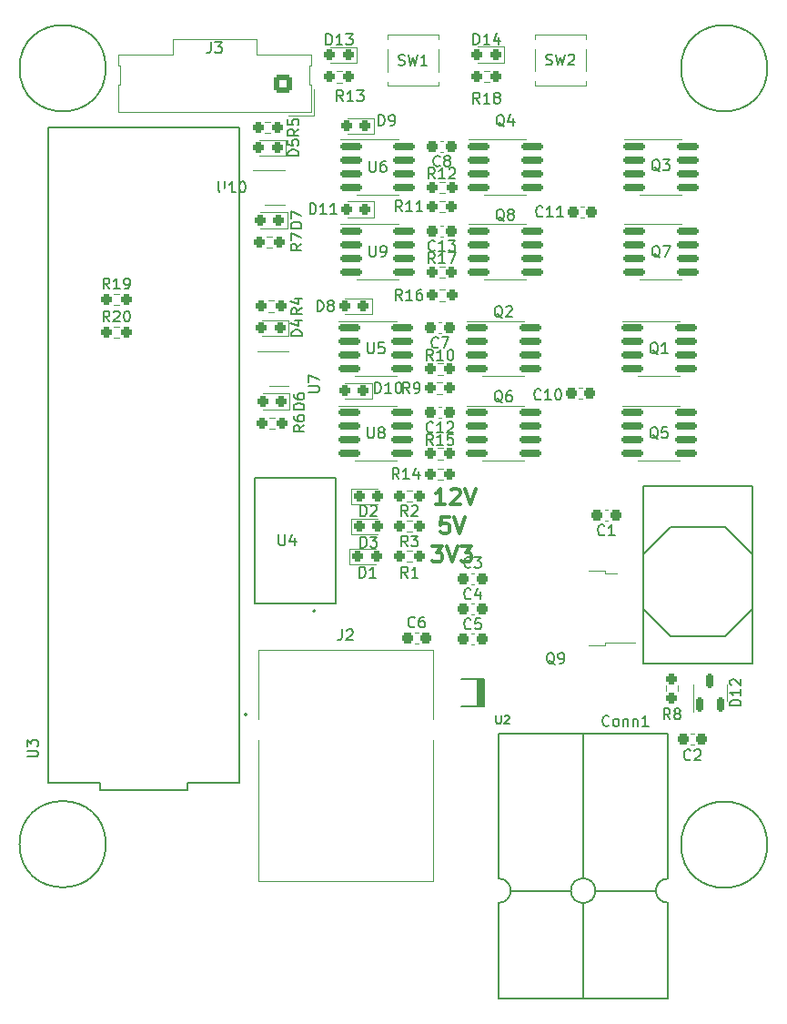
<source format=gto>
G04 #@! TF.GenerationSoftware,KiCad,Pcbnew,(6.0.7)*
G04 #@! TF.CreationDate,2023-03-21T01:18:23-05:00*
G04 #@! TF.ProjectId,SignalStack_Board,5369676e-616c-4537-9461-636b5f426f61,rev?*
G04 #@! TF.SameCoordinates,Original*
G04 #@! TF.FileFunction,Legend,Top*
G04 #@! TF.FilePolarity,Positive*
%FSLAX46Y46*%
G04 Gerber Fmt 4.6, Leading zero omitted, Abs format (unit mm)*
G04 Created by KiCad (PCBNEW (6.0.7)) date 2023-03-21 01:18:23*
%MOMM*%
%LPD*%
G01*
G04 APERTURE LIST*
G04 Aperture macros list*
%AMRoundRect*
0 Rectangle with rounded corners*
0 $1 Rounding radius*
0 $2 $3 $4 $5 $6 $7 $8 $9 X,Y pos of 4 corners*
0 Add a 4 corners polygon primitive as box body*
4,1,4,$2,$3,$4,$5,$6,$7,$8,$9,$2,$3,0*
0 Add four circle primitives for the rounded corners*
1,1,$1+$1,$2,$3*
1,1,$1+$1,$4,$5*
1,1,$1+$1,$6,$7*
1,1,$1+$1,$8,$9*
0 Add four rect primitives between the rounded corners*
20,1,$1+$1,$2,$3,$4,$5,0*
20,1,$1+$1,$4,$5,$6,$7,0*
20,1,$1+$1,$6,$7,$8,$9,0*
20,1,$1+$1,$8,$9,$2,$3,0*%
G04 Aperture macros list end*
%ADD10C,0.300000*%
%ADD11C,0.150000*%
%ADD12C,0.120000*%
%ADD13C,0.203200*%
%ADD14C,0.010000*%
%ADD15C,0.127000*%
%ADD16C,0.200000*%
%ADD17RoundRect,0.237500X0.287500X0.237500X-0.287500X0.237500X-0.287500X-0.237500X0.287500X-0.237500X0*%
%ADD18RoundRect,0.237500X-0.300000X-0.237500X0.300000X-0.237500X0.300000X0.237500X-0.300000X0.237500X0*%
%ADD19RoundRect,0.237500X-0.250000X-0.237500X0.250000X-0.237500X0.250000X0.237500X-0.250000X0.237500X0*%
%ADD20RoundRect,0.237500X0.300000X0.237500X-0.300000X0.237500X-0.300000X-0.237500X0.300000X-0.237500X0*%
%ADD21RoundRect,0.250000X0.620000X0.620000X-0.620000X0.620000X-0.620000X-0.620000X0.620000X-0.620000X0*%
%ADD22C,1.740000*%
%ADD23RoundRect,0.237500X0.250000X0.237500X-0.250000X0.237500X-0.250000X-0.237500X0.250000X-0.237500X0*%
%ADD24R,1.600000X1.400000*%
%ADD25RoundRect,0.150000X-0.825000X-0.150000X0.825000X-0.150000X0.825000X0.150000X-0.825000X0.150000X0*%
%ADD26C,2.946400*%
%ADD27C,1.100000*%
%ADD28C,1.400000*%
%ADD29C,4.000000*%
%ADD30C,2.000000*%
%ADD31R,1.560000X0.650000*%
%ADD32R,1.800000X2.400000*%
%ADD33C,1.308000*%
%ADD34C,1.208000*%
%ADD35R,1.358000X1.358000*%
%ADD36C,1.358000*%
%ADD37RoundRect,0.150000X0.150000X-0.512500X0.150000X0.512500X-0.150000X0.512500X-0.150000X-0.512500X0*%
%ADD38RoundRect,0.237500X-0.287500X-0.237500X0.287500X-0.237500X0.287500X0.237500X-0.287500X0.237500X0*%
%ADD39R,2.200000X1.200000*%
%ADD40R,6.400000X5.800000*%
%ADD41RoundRect,0.237500X0.237500X-0.250000X0.237500X0.250000X-0.237500X0.250000X-0.237500X-0.250000X0*%
%ADD42C,1.524000*%
%ADD43O,5.100000X3.000000*%
%ADD44O,3.000000X5.100000*%
G04 APERTURE END LIST*
D10*
X152368285Y-103826571D02*
X151654000Y-103826571D01*
X151582571Y-104540857D01*
X151654000Y-104469428D01*
X151796857Y-104398000D01*
X152154000Y-104398000D01*
X152296857Y-104469428D01*
X152368285Y-104540857D01*
X152439714Y-104683714D01*
X152439714Y-105040857D01*
X152368285Y-105183714D01*
X152296857Y-105255142D01*
X152154000Y-105326571D01*
X151796857Y-105326571D01*
X151654000Y-105255142D01*
X151582571Y-105183714D01*
X152868285Y-103826571D02*
X153368285Y-105326571D01*
X153868285Y-103826571D01*
X151979428Y-102659571D02*
X151122285Y-102659571D01*
X151550857Y-102659571D02*
X151550857Y-101159571D01*
X151408000Y-101373857D01*
X151265142Y-101516714D01*
X151122285Y-101588142D01*
X152550857Y-101302428D02*
X152622285Y-101231000D01*
X152765142Y-101159571D01*
X153122285Y-101159571D01*
X153265142Y-101231000D01*
X153336571Y-101302428D01*
X153408000Y-101445285D01*
X153408000Y-101588142D01*
X153336571Y-101802428D01*
X152479428Y-102659571D01*
X153408000Y-102659571D01*
X153836571Y-101159571D02*
X154336571Y-102659571D01*
X154836571Y-101159571D01*
X150796857Y-106493571D02*
X151725428Y-106493571D01*
X151225428Y-107065000D01*
X151439714Y-107065000D01*
X151582571Y-107136428D01*
X151654000Y-107207857D01*
X151725428Y-107350714D01*
X151725428Y-107707857D01*
X151654000Y-107850714D01*
X151582571Y-107922142D01*
X151439714Y-107993571D01*
X151011142Y-107993571D01*
X150868285Y-107922142D01*
X150796857Y-107850714D01*
X152154000Y-106493571D02*
X152654000Y-107993571D01*
X153154000Y-106493571D01*
X153511142Y-106493571D02*
X154439714Y-106493571D01*
X153939714Y-107065000D01*
X154154000Y-107065000D01*
X154296857Y-107136428D01*
X154368285Y-107207857D01*
X154439714Y-107350714D01*
X154439714Y-107707857D01*
X154368285Y-107850714D01*
X154296857Y-107922142D01*
X154154000Y-107993571D01*
X153725428Y-107993571D01*
X153582571Y-107922142D01*
X153511142Y-107850714D01*
D11*
X140118904Y-84653380D02*
X140118904Y-83653380D01*
X140357000Y-83653380D01*
X140499857Y-83701000D01*
X140595095Y-83796238D01*
X140642714Y-83891476D01*
X140690333Y-84081952D01*
X140690333Y-84224809D01*
X140642714Y-84415285D01*
X140595095Y-84510523D01*
X140499857Y-84605761D01*
X140357000Y-84653380D01*
X140118904Y-84653380D01*
X141261761Y-84081952D02*
X141166523Y-84034333D01*
X141118904Y-83986714D01*
X141071285Y-83891476D01*
X141071285Y-83843857D01*
X141118904Y-83748619D01*
X141166523Y-83701000D01*
X141261761Y-83653380D01*
X141452238Y-83653380D01*
X141547476Y-83701000D01*
X141595095Y-83748619D01*
X141642714Y-83843857D01*
X141642714Y-83891476D01*
X141595095Y-83986714D01*
X141547476Y-84034333D01*
X141452238Y-84081952D01*
X141261761Y-84081952D01*
X141166523Y-84129571D01*
X141118904Y-84177190D01*
X141071285Y-84272428D01*
X141071285Y-84462904D01*
X141118904Y-84558142D01*
X141166523Y-84605761D01*
X141261761Y-84653380D01*
X141452238Y-84653380D01*
X141547476Y-84605761D01*
X141595095Y-84558142D01*
X141642714Y-84462904D01*
X141642714Y-84272428D01*
X141595095Y-84177190D01*
X141547476Y-84129571D01*
X141452238Y-84081952D01*
X151050942Y-78970142D02*
X151003323Y-79017761D01*
X150860466Y-79065380D01*
X150765228Y-79065380D01*
X150622371Y-79017761D01*
X150527133Y-78922523D01*
X150479514Y-78827285D01*
X150431895Y-78636809D01*
X150431895Y-78493952D01*
X150479514Y-78303476D01*
X150527133Y-78208238D01*
X150622371Y-78113000D01*
X150765228Y-78065380D01*
X150860466Y-78065380D01*
X151003323Y-78113000D01*
X151050942Y-78160619D01*
X152003323Y-79065380D02*
X151431895Y-79065380D01*
X151717609Y-79065380D02*
X151717609Y-78065380D01*
X151622371Y-78208238D01*
X151527133Y-78303476D01*
X151431895Y-78351095D01*
X152336657Y-78065380D02*
X152955704Y-78065380D01*
X152622371Y-78446333D01*
X152765228Y-78446333D01*
X152860466Y-78493952D01*
X152908085Y-78541571D01*
X152955704Y-78636809D01*
X152955704Y-78874904D01*
X152908085Y-78970142D01*
X152860466Y-79017761D01*
X152765228Y-79065380D01*
X152479514Y-79065380D01*
X152384276Y-79017761D01*
X152336657Y-78970142D01*
X148691333Y-92273380D02*
X148358000Y-91797190D01*
X148119904Y-92273380D02*
X148119904Y-91273380D01*
X148500857Y-91273380D01*
X148596095Y-91321000D01*
X148643714Y-91368619D01*
X148691333Y-91463857D01*
X148691333Y-91606714D01*
X148643714Y-91701952D01*
X148596095Y-91749571D01*
X148500857Y-91797190D01*
X148119904Y-91797190D01*
X149167523Y-92273380D02*
X149358000Y-92273380D01*
X149453238Y-92225761D01*
X149500857Y-92178142D01*
X149596095Y-92035285D01*
X149643714Y-91844809D01*
X149643714Y-91463857D01*
X149596095Y-91368619D01*
X149548476Y-91321000D01*
X149453238Y-91273380D01*
X149262761Y-91273380D01*
X149167523Y-91321000D01*
X149119904Y-91368619D01*
X149072285Y-91463857D01*
X149072285Y-91701952D01*
X149119904Y-91797190D01*
X149167523Y-91844809D01*
X149262761Y-91892428D01*
X149453238Y-91892428D01*
X149548476Y-91844809D01*
X149596095Y-91797190D01*
X149643714Y-91701952D01*
X151358333Y-87987142D02*
X151310714Y-88034761D01*
X151167857Y-88082380D01*
X151072619Y-88082380D01*
X150929761Y-88034761D01*
X150834523Y-87939523D01*
X150786904Y-87844285D01*
X150739285Y-87653809D01*
X150739285Y-87510952D01*
X150786904Y-87320476D01*
X150834523Y-87225238D01*
X150929761Y-87130000D01*
X151072619Y-87082380D01*
X151167857Y-87082380D01*
X151310714Y-87130000D01*
X151358333Y-87177619D01*
X151691666Y-87082380D02*
X152358333Y-87082380D01*
X151929761Y-88082380D01*
X140922214Y-59888380D02*
X140922214Y-58888380D01*
X141160309Y-58888380D01*
X141303166Y-58936000D01*
X141398404Y-59031238D01*
X141446023Y-59126476D01*
X141493642Y-59316952D01*
X141493642Y-59459809D01*
X141446023Y-59650285D01*
X141398404Y-59745523D01*
X141303166Y-59840761D01*
X141160309Y-59888380D01*
X140922214Y-59888380D01*
X142446023Y-59888380D02*
X141874595Y-59888380D01*
X142160309Y-59888380D02*
X142160309Y-58888380D01*
X142065071Y-59031238D01*
X141969833Y-59126476D01*
X141874595Y-59174095D01*
X142779357Y-58888380D02*
X143398404Y-58888380D01*
X143065071Y-59269333D01*
X143207928Y-59269333D01*
X143303166Y-59316952D01*
X143350785Y-59364571D01*
X143398404Y-59459809D01*
X143398404Y-59697904D01*
X143350785Y-59793142D01*
X143303166Y-59840761D01*
X143207928Y-59888380D01*
X142922214Y-59888380D01*
X142826976Y-59840761D01*
X142779357Y-59793142D01*
X150882142Y-89225380D02*
X150548809Y-88749190D01*
X150310714Y-89225380D02*
X150310714Y-88225380D01*
X150691666Y-88225380D01*
X150786904Y-88273000D01*
X150834523Y-88320619D01*
X150882142Y-88415857D01*
X150882142Y-88558714D01*
X150834523Y-88653952D01*
X150786904Y-88701571D01*
X150691666Y-88749190D01*
X150310714Y-88749190D01*
X151834523Y-89225380D02*
X151263095Y-89225380D01*
X151548809Y-89225380D02*
X151548809Y-88225380D01*
X151453571Y-88368238D01*
X151358333Y-88463476D01*
X151263095Y-88511095D01*
X152453571Y-88225380D02*
X152548809Y-88225380D01*
X152644047Y-88273000D01*
X152691666Y-88320619D01*
X152739285Y-88415857D01*
X152786904Y-88606333D01*
X152786904Y-88844428D01*
X152739285Y-89034904D01*
X152691666Y-89130142D01*
X152644047Y-89177761D01*
X152548809Y-89225380D01*
X152453571Y-89225380D01*
X152358333Y-89177761D01*
X152310714Y-89130142D01*
X152263095Y-89034904D01*
X152215476Y-88844428D01*
X152215476Y-88606333D01*
X152263095Y-88415857D01*
X152310714Y-88320619D01*
X152358333Y-88273000D01*
X152453571Y-88225380D01*
X147707142Y-100274380D02*
X147373809Y-99798190D01*
X147135714Y-100274380D02*
X147135714Y-99274380D01*
X147516666Y-99274380D01*
X147611904Y-99322000D01*
X147659523Y-99369619D01*
X147707142Y-99464857D01*
X147707142Y-99607714D01*
X147659523Y-99702952D01*
X147611904Y-99750571D01*
X147516666Y-99798190D01*
X147135714Y-99798190D01*
X148659523Y-100274380D02*
X148088095Y-100274380D01*
X148373809Y-100274380D02*
X148373809Y-99274380D01*
X148278571Y-99417238D01*
X148183333Y-99512476D01*
X148088095Y-99560095D01*
X149516666Y-99607714D02*
X149516666Y-100274380D01*
X149278571Y-99226761D02*
X149040476Y-99941047D01*
X149659523Y-99941047D01*
X154392333Y-114149142D02*
X154344714Y-114196761D01*
X154201857Y-114244380D01*
X154106619Y-114244380D01*
X153963761Y-114196761D01*
X153868523Y-114101523D01*
X153820904Y-114006285D01*
X153773285Y-113815809D01*
X153773285Y-113672952D01*
X153820904Y-113482476D01*
X153868523Y-113387238D01*
X153963761Y-113292000D01*
X154106619Y-113244380D01*
X154201857Y-113244380D01*
X154344714Y-113292000D01*
X154392333Y-113339619D01*
X155297095Y-113244380D02*
X154820904Y-113244380D01*
X154773285Y-113720571D01*
X154820904Y-113672952D01*
X154916142Y-113625333D01*
X155154238Y-113625333D01*
X155249476Y-113672952D01*
X155297095Y-113720571D01*
X155344714Y-113815809D01*
X155344714Y-114053904D01*
X155297095Y-114149142D01*
X155249476Y-114196761D01*
X155154238Y-114244380D01*
X154916142Y-114244380D01*
X154820904Y-114196761D01*
X154773285Y-114149142D01*
X145819904Y-67381380D02*
X145819904Y-66381380D01*
X146058000Y-66381380D01*
X146200857Y-66429000D01*
X146296095Y-66524238D01*
X146343714Y-66619476D01*
X146391333Y-66809952D01*
X146391333Y-66952809D01*
X146343714Y-67143285D01*
X146296095Y-67238523D01*
X146200857Y-67333761D01*
X146058000Y-67381380D01*
X145819904Y-67381380D01*
X146867523Y-67381380D02*
X147058000Y-67381380D01*
X147153238Y-67333761D01*
X147200857Y-67286142D01*
X147296095Y-67143285D01*
X147343714Y-66952809D01*
X147343714Y-66571857D01*
X147296095Y-66476619D01*
X147248476Y-66429000D01*
X147153238Y-66381380D01*
X146962761Y-66381380D01*
X146867523Y-66429000D01*
X146819904Y-66476619D01*
X146772285Y-66571857D01*
X146772285Y-66809952D01*
X146819904Y-66905190D01*
X146867523Y-66952809D01*
X146962761Y-67000428D01*
X147153238Y-67000428D01*
X147248476Y-66952809D01*
X147296095Y-66905190D01*
X147343714Y-66809952D01*
X148526833Y-103726880D02*
X148193500Y-103250690D01*
X147955404Y-103726880D02*
X147955404Y-102726880D01*
X148336357Y-102726880D01*
X148431595Y-102774500D01*
X148479214Y-102822119D01*
X148526833Y-102917357D01*
X148526833Y-103060214D01*
X148479214Y-103155452D01*
X148431595Y-103203071D01*
X148336357Y-103250690D01*
X147955404Y-103250690D01*
X148907785Y-102822119D02*
X148955404Y-102774500D01*
X149050642Y-102726880D01*
X149288738Y-102726880D01*
X149383976Y-102774500D01*
X149431595Y-102822119D01*
X149479214Y-102917357D01*
X149479214Y-103012595D01*
X149431595Y-103155452D01*
X148860166Y-103726880D01*
X149479214Y-103726880D01*
X130222666Y-59650380D02*
X130222666Y-60364666D01*
X130175047Y-60507523D01*
X130079809Y-60602761D01*
X129936952Y-60650380D01*
X129841714Y-60650380D01*
X130603619Y-59650380D02*
X131222666Y-59650380D01*
X130889333Y-60031333D01*
X131032190Y-60031333D01*
X131127428Y-60078952D01*
X131175047Y-60126571D01*
X131222666Y-60221809D01*
X131222666Y-60459904D01*
X131175047Y-60555142D01*
X131127428Y-60602761D01*
X131032190Y-60650380D01*
X130746476Y-60650380D01*
X130651238Y-60602761D01*
X130603619Y-60555142D01*
X155209642Y-65335880D02*
X154876309Y-64859690D01*
X154638214Y-65335880D02*
X154638214Y-64335880D01*
X155019166Y-64335880D01*
X155114404Y-64383500D01*
X155162023Y-64431119D01*
X155209642Y-64526357D01*
X155209642Y-64669214D01*
X155162023Y-64764452D01*
X155114404Y-64812071D01*
X155019166Y-64859690D01*
X154638214Y-64859690D01*
X156162023Y-65335880D02*
X155590595Y-65335880D01*
X155876309Y-65335880D02*
X155876309Y-64335880D01*
X155781071Y-64478738D01*
X155685833Y-64573976D01*
X155590595Y-64621595D01*
X156733452Y-64764452D02*
X156638214Y-64716833D01*
X156590595Y-64669214D01*
X156542976Y-64573976D01*
X156542976Y-64526357D01*
X156590595Y-64431119D01*
X156638214Y-64383500D01*
X156733452Y-64335880D01*
X156923928Y-64335880D01*
X157019166Y-64383500D01*
X157066785Y-64431119D01*
X157114404Y-64526357D01*
X157114404Y-64573976D01*
X157066785Y-64669214D01*
X157019166Y-64716833D01*
X156923928Y-64764452D01*
X156733452Y-64764452D01*
X156638214Y-64812071D01*
X156590595Y-64859690D01*
X156542976Y-64954928D01*
X156542976Y-65145404D01*
X156590595Y-65240642D01*
X156638214Y-65288261D01*
X156733452Y-65335880D01*
X156923928Y-65335880D01*
X157019166Y-65288261D01*
X157066785Y-65240642D01*
X157114404Y-65145404D01*
X157114404Y-64954928D01*
X157066785Y-64859690D01*
X157019166Y-64812071D01*
X156923928Y-64764452D01*
X161377166Y-61708261D02*
X161520023Y-61755880D01*
X161758119Y-61755880D01*
X161853357Y-61708261D01*
X161900976Y-61660642D01*
X161948595Y-61565404D01*
X161948595Y-61470166D01*
X161900976Y-61374928D01*
X161853357Y-61327309D01*
X161758119Y-61279690D01*
X161567642Y-61232071D01*
X161472404Y-61184452D01*
X161424785Y-61136833D01*
X161377166Y-61041595D01*
X161377166Y-60946357D01*
X161424785Y-60851119D01*
X161472404Y-60803500D01*
X161567642Y-60755880D01*
X161805738Y-60755880D01*
X161948595Y-60803500D01*
X162281928Y-60755880D02*
X162520023Y-61755880D01*
X162710500Y-61041595D01*
X162900976Y-61755880D01*
X163139071Y-60755880D01*
X163472404Y-60851119D02*
X163520023Y-60803500D01*
X163615261Y-60755880D01*
X163853357Y-60755880D01*
X163948595Y-60803500D01*
X163996214Y-60851119D01*
X164043833Y-60946357D01*
X164043833Y-61041595D01*
X163996214Y-61184452D01*
X163424785Y-61755880D01*
X164043833Y-61755880D01*
X151050942Y-72334380D02*
X150717609Y-71858190D01*
X150479514Y-72334380D02*
X150479514Y-71334380D01*
X150860466Y-71334380D01*
X150955704Y-71382000D01*
X151003323Y-71429619D01*
X151050942Y-71524857D01*
X151050942Y-71667714D01*
X151003323Y-71762952D01*
X150955704Y-71810571D01*
X150860466Y-71858190D01*
X150479514Y-71858190D01*
X152003323Y-72334380D02*
X151431895Y-72334380D01*
X151717609Y-72334380D02*
X151717609Y-71334380D01*
X151622371Y-71477238D01*
X151527133Y-71572476D01*
X151431895Y-71620095D01*
X152384276Y-71429619D02*
X152431895Y-71382000D01*
X152527133Y-71334380D01*
X152765228Y-71334380D01*
X152860466Y-71382000D01*
X152908085Y-71429619D01*
X152955704Y-71524857D01*
X152955704Y-71620095D01*
X152908085Y-71762952D01*
X152336657Y-72334380D01*
X152955704Y-72334380D01*
X157342961Y-85285619D02*
X157247723Y-85238000D01*
X157152485Y-85142761D01*
X157009628Y-84999904D01*
X156914390Y-84952285D01*
X156819152Y-84952285D01*
X156866771Y-85190380D02*
X156771533Y-85142761D01*
X156676295Y-85047523D01*
X156628676Y-84857047D01*
X156628676Y-84523714D01*
X156676295Y-84333238D01*
X156771533Y-84238000D01*
X156866771Y-84190380D01*
X157057247Y-84190380D01*
X157152485Y-84238000D01*
X157247723Y-84333238D01*
X157295342Y-84523714D01*
X157295342Y-84857047D01*
X157247723Y-85047523D01*
X157152485Y-85142761D01*
X157057247Y-85190380D01*
X156866771Y-85190380D01*
X157676295Y-84285619D02*
X157723914Y-84238000D01*
X157819152Y-84190380D01*
X158057247Y-84190380D01*
X158152485Y-84238000D01*
X158200104Y-84285619D01*
X158247723Y-84380857D01*
X158247723Y-84476095D01*
X158200104Y-84618952D01*
X157628676Y-85190380D01*
X158247723Y-85190380D01*
X157511761Y-76268619D02*
X157416523Y-76221000D01*
X157321285Y-76125761D01*
X157178428Y-75982904D01*
X157083190Y-75935285D01*
X156987952Y-75935285D01*
X157035571Y-76173380D02*
X156940333Y-76125761D01*
X156845095Y-76030523D01*
X156797476Y-75840047D01*
X156797476Y-75506714D01*
X156845095Y-75316238D01*
X156940333Y-75221000D01*
X157035571Y-75173380D01*
X157226047Y-75173380D01*
X157321285Y-75221000D01*
X157416523Y-75316238D01*
X157464142Y-75506714D01*
X157464142Y-75840047D01*
X157416523Y-76030523D01*
X157321285Y-76125761D01*
X157226047Y-76173380D01*
X157035571Y-76173380D01*
X158035571Y-75601952D02*
X157940333Y-75554333D01*
X157892714Y-75506714D01*
X157845095Y-75411476D01*
X157845095Y-75363857D01*
X157892714Y-75268619D01*
X157940333Y-75221000D01*
X158035571Y-75173380D01*
X158226047Y-75173380D01*
X158321285Y-75221000D01*
X158368904Y-75268619D01*
X158416523Y-75363857D01*
X158416523Y-75411476D01*
X158368904Y-75506714D01*
X158321285Y-75554333D01*
X158226047Y-75601952D01*
X158035571Y-75601952D01*
X157940333Y-75649571D01*
X157892714Y-75697190D01*
X157845095Y-75792428D01*
X157845095Y-75982904D01*
X157892714Y-76078142D01*
X157940333Y-76125761D01*
X158035571Y-76173380D01*
X158226047Y-76173380D01*
X158321285Y-76125761D01*
X158368904Y-76078142D01*
X158416523Y-75982904D01*
X158416523Y-75792428D01*
X158368904Y-75697190D01*
X158321285Y-75649571D01*
X158226047Y-75601952D01*
X171820961Y-88685619D02*
X171725723Y-88638000D01*
X171630485Y-88542761D01*
X171487628Y-88399904D01*
X171392390Y-88352285D01*
X171297152Y-88352285D01*
X171344771Y-88590380D02*
X171249533Y-88542761D01*
X171154295Y-88447523D01*
X171106676Y-88257047D01*
X171106676Y-87923714D01*
X171154295Y-87733238D01*
X171249533Y-87638000D01*
X171344771Y-87590380D01*
X171535247Y-87590380D01*
X171630485Y-87638000D01*
X171725723Y-87733238D01*
X171773342Y-87923714D01*
X171773342Y-88257047D01*
X171725723Y-88447523D01*
X171630485Y-88542761D01*
X171535247Y-88590380D01*
X171344771Y-88590380D01*
X172725723Y-88590380D02*
X172154295Y-88590380D01*
X172440009Y-88590380D02*
X172440009Y-87590380D01*
X172344771Y-87733238D01*
X172249533Y-87828476D01*
X172154295Y-87876095D01*
X144962895Y-78573380D02*
X144962895Y-79382904D01*
X145010514Y-79478142D01*
X145058133Y-79525761D01*
X145153371Y-79573380D01*
X145343847Y-79573380D01*
X145439085Y-79525761D01*
X145486704Y-79478142D01*
X145534323Y-79382904D01*
X145534323Y-78573380D01*
X146058133Y-79573380D02*
X146248609Y-79573380D01*
X146343847Y-79525761D01*
X146391466Y-79478142D01*
X146486704Y-79335285D01*
X146534323Y-79144809D01*
X146534323Y-78763857D01*
X146486704Y-78668619D01*
X146439085Y-78621000D01*
X146343847Y-78573380D01*
X146153371Y-78573380D01*
X146058133Y-78621000D01*
X146010514Y-78668619D01*
X145962895Y-78763857D01*
X145962895Y-79001952D01*
X146010514Y-79097190D01*
X146058133Y-79144809D01*
X146153371Y-79192428D01*
X146343847Y-79192428D01*
X146439085Y-79144809D01*
X146486704Y-79097190D01*
X146534323Y-79001952D01*
X149185333Y-113989142D02*
X149137714Y-114036761D01*
X148994857Y-114084380D01*
X148899619Y-114084380D01*
X148756761Y-114036761D01*
X148661523Y-113941523D01*
X148613904Y-113846285D01*
X148566285Y-113655809D01*
X148566285Y-113512952D01*
X148613904Y-113322476D01*
X148661523Y-113227238D01*
X148756761Y-113132000D01*
X148899619Y-113084380D01*
X148994857Y-113084380D01*
X149137714Y-113132000D01*
X149185333Y-113179619D01*
X150042476Y-113084380D02*
X149852000Y-113084380D01*
X149756761Y-113132000D01*
X149709142Y-113179619D01*
X149613904Y-113322476D01*
X149566285Y-113512952D01*
X149566285Y-113893904D01*
X149613904Y-113989142D01*
X149661523Y-114036761D01*
X149756761Y-114084380D01*
X149947238Y-114084380D01*
X150042476Y-114036761D01*
X150090095Y-113989142D01*
X150137714Y-113893904D01*
X150137714Y-113655809D01*
X150090095Y-113560571D01*
X150042476Y-113512952D01*
X149947238Y-113465333D01*
X149756761Y-113465333D01*
X149661523Y-113512952D01*
X149613904Y-113560571D01*
X149566285Y-113655809D01*
X142509642Y-65119380D02*
X142176309Y-64643190D01*
X141938214Y-65119380D02*
X141938214Y-64119380D01*
X142319166Y-64119380D01*
X142414404Y-64167000D01*
X142462023Y-64214619D01*
X142509642Y-64309857D01*
X142509642Y-64452714D01*
X142462023Y-64547952D01*
X142414404Y-64595571D01*
X142319166Y-64643190D01*
X141938214Y-64643190D01*
X143462023Y-65119380D02*
X142890595Y-65119380D01*
X143176309Y-65119380D02*
X143176309Y-64119380D01*
X143081071Y-64262238D01*
X142985833Y-64357476D01*
X142890595Y-64405095D01*
X143795357Y-64119380D02*
X144414404Y-64119380D01*
X144081071Y-64500333D01*
X144223928Y-64500333D01*
X144319166Y-64547952D01*
X144366785Y-64595571D01*
X144414404Y-64690809D01*
X144414404Y-64928904D01*
X144366785Y-65024142D01*
X144319166Y-65071761D01*
X144223928Y-65119380D01*
X143938214Y-65119380D01*
X143842976Y-65071761D01*
X143795357Y-65024142D01*
X151050942Y-80208380D02*
X150717609Y-79732190D01*
X150479514Y-80208380D02*
X150479514Y-79208380D01*
X150860466Y-79208380D01*
X150955704Y-79256000D01*
X151003323Y-79303619D01*
X151050942Y-79398857D01*
X151050942Y-79541714D01*
X151003323Y-79636952D01*
X150955704Y-79684571D01*
X150860466Y-79732190D01*
X150479514Y-79732190D01*
X152003323Y-80208380D02*
X151431895Y-80208380D01*
X151717609Y-80208380D02*
X151717609Y-79208380D01*
X151622371Y-79351238D01*
X151527133Y-79446476D01*
X151431895Y-79494095D01*
X152336657Y-79208380D02*
X153003323Y-79208380D01*
X152574752Y-80208380D01*
X147661166Y-61745761D02*
X147804023Y-61793380D01*
X148042119Y-61793380D01*
X148137357Y-61745761D01*
X148184976Y-61698142D01*
X148232595Y-61602904D01*
X148232595Y-61507666D01*
X148184976Y-61412428D01*
X148137357Y-61364809D01*
X148042119Y-61317190D01*
X147851642Y-61269571D01*
X147756404Y-61221952D01*
X147708785Y-61174333D01*
X147661166Y-61079095D01*
X147661166Y-60983857D01*
X147708785Y-60888619D01*
X147756404Y-60841000D01*
X147851642Y-60793380D01*
X148089738Y-60793380D01*
X148232595Y-60841000D01*
X148565928Y-60793380D02*
X148804023Y-61793380D01*
X148994500Y-61079095D01*
X149184976Y-61793380D01*
X149423071Y-60793380D01*
X150327833Y-61793380D02*
X149756404Y-61793380D01*
X150042119Y-61793380D02*
X150042119Y-60793380D01*
X149946880Y-60936238D01*
X149851642Y-61031476D01*
X149756404Y-61079095D01*
X138894380Y-95263916D02*
X138418190Y-95597250D01*
X138894380Y-95835345D02*
X137894380Y-95835345D01*
X137894380Y-95454392D01*
X137942000Y-95359154D01*
X137989619Y-95311535D01*
X138084857Y-95263916D01*
X138227714Y-95263916D01*
X138322952Y-95311535D01*
X138370571Y-95359154D01*
X138418190Y-95454392D01*
X138418190Y-95835345D01*
X137894380Y-94406773D02*
X137894380Y-94597250D01*
X137942000Y-94692488D01*
X137989619Y-94740107D01*
X138132476Y-94835345D01*
X138322952Y-94882964D01*
X138703904Y-94882964D01*
X138799142Y-94835345D01*
X138846761Y-94787726D01*
X138894380Y-94692488D01*
X138894380Y-94502011D01*
X138846761Y-94406773D01*
X138799142Y-94359154D01*
X138703904Y-94311535D01*
X138465809Y-94311535D01*
X138370571Y-94359154D01*
X138322952Y-94406773D01*
X138275333Y-94502011D01*
X138275333Y-94692488D01*
X138322952Y-94787726D01*
X138370571Y-94835345D01*
X138465809Y-94882964D01*
X161083942Y-75795142D02*
X161036323Y-75842761D01*
X160893466Y-75890380D01*
X160798228Y-75890380D01*
X160655371Y-75842761D01*
X160560133Y-75747523D01*
X160512514Y-75652285D01*
X160464895Y-75461809D01*
X160464895Y-75318952D01*
X160512514Y-75128476D01*
X160560133Y-75033238D01*
X160655371Y-74938000D01*
X160798228Y-74890380D01*
X160893466Y-74890380D01*
X161036323Y-74938000D01*
X161083942Y-74985619D01*
X162036323Y-75890380D02*
X161464895Y-75890380D01*
X161750609Y-75890380D02*
X161750609Y-74890380D01*
X161655371Y-75033238D01*
X161560133Y-75128476D01*
X161464895Y-75176095D01*
X162988704Y-75890380D02*
X162417276Y-75890380D01*
X162702990Y-75890380D02*
X162702990Y-74890380D01*
X162607752Y-75033238D01*
X162512514Y-75128476D01*
X162417276Y-75176095D01*
X142414666Y-114260380D02*
X142414666Y-114974666D01*
X142367047Y-115117523D01*
X142271809Y-115212761D01*
X142128952Y-115260380D01*
X142033714Y-115260380D01*
X142843238Y-114355619D02*
X142890857Y-114308000D01*
X142986095Y-114260380D01*
X143224190Y-114260380D01*
X143319428Y-114308000D01*
X143367047Y-114355619D01*
X143414666Y-114450857D01*
X143414666Y-114546095D01*
X143367047Y-114688952D01*
X142795619Y-115260380D01*
X143414666Y-115260380D01*
X151527133Y-71096142D02*
X151479514Y-71143761D01*
X151336657Y-71191380D01*
X151241419Y-71191380D01*
X151098561Y-71143761D01*
X151003323Y-71048523D01*
X150955704Y-70953285D01*
X150908085Y-70762809D01*
X150908085Y-70619952D01*
X150955704Y-70429476D01*
X151003323Y-70334238D01*
X151098561Y-70239000D01*
X151241419Y-70191380D01*
X151336657Y-70191380D01*
X151479514Y-70239000D01*
X151527133Y-70286619D01*
X152098561Y-70619952D02*
X152003323Y-70572333D01*
X151955704Y-70524714D01*
X151908085Y-70429476D01*
X151908085Y-70381857D01*
X151955704Y-70286619D01*
X152003323Y-70239000D01*
X152098561Y-70191380D01*
X152289038Y-70191380D01*
X152384276Y-70239000D01*
X152431895Y-70286619D01*
X152479514Y-70381857D01*
X152479514Y-70429476D01*
X152431895Y-70524714D01*
X152384276Y-70572333D01*
X152289038Y-70619952D01*
X152098561Y-70619952D01*
X152003323Y-70667571D01*
X151955704Y-70715190D01*
X151908085Y-70810428D01*
X151908085Y-71000904D01*
X151955704Y-71096142D01*
X152003323Y-71143761D01*
X152098561Y-71191380D01*
X152289038Y-71191380D01*
X152384276Y-71143761D01*
X152431895Y-71096142D01*
X152479514Y-71000904D01*
X152479514Y-70810428D01*
X152431895Y-70715190D01*
X152384276Y-70667571D01*
X152289038Y-70619952D01*
X139279380Y-92201904D02*
X140088904Y-92201904D01*
X140184142Y-92154285D01*
X140231761Y-92106666D01*
X140279380Y-92011428D01*
X140279380Y-91820952D01*
X140231761Y-91725714D01*
X140184142Y-91678095D01*
X140088904Y-91630476D01*
X139279380Y-91630476D01*
X139279380Y-91249523D02*
X139279380Y-90582857D01*
X140279380Y-91011428D01*
X174839333Y-126341142D02*
X174791714Y-126388761D01*
X174648857Y-126436380D01*
X174553619Y-126436380D01*
X174410761Y-126388761D01*
X174315523Y-126293523D01*
X174267904Y-126198285D01*
X174220285Y-126007809D01*
X174220285Y-125864952D01*
X174267904Y-125674476D01*
X174315523Y-125579238D01*
X174410761Y-125484000D01*
X174553619Y-125436380D01*
X174648857Y-125436380D01*
X174791714Y-125484000D01*
X174839333Y-125531619D01*
X175220285Y-125531619D02*
X175267904Y-125484000D01*
X175363142Y-125436380D01*
X175601238Y-125436380D01*
X175696476Y-125484000D01*
X175744095Y-125531619D01*
X175791714Y-125626857D01*
X175791714Y-125722095D01*
X175744095Y-125864952D01*
X175172666Y-126436380D01*
X175791714Y-126436380D01*
X138642380Y-78398666D02*
X138166190Y-78732000D01*
X138642380Y-78970095D02*
X137642380Y-78970095D01*
X137642380Y-78589142D01*
X137690000Y-78493904D01*
X137737619Y-78446285D01*
X137832857Y-78398666D01*
X137975714Y-78398666D01*
X138070952Y-78446285D01*
X138118571Y-78493904D01*
X138166190Y-78589142D01*
X138166190Y-78970095D01*
X137642380Y-78065333D02*
X137642380Y-77398666D01*
X138642380Y-77827238D01*
X171989761Y-71667619D02*
X171894523Y-71620000D01*
X171799285Y-71524761D01*
X171656428Y-71381904D01*
X171561190Y-71334285D01*
X171465952Y-71334285D01*
X171513571Y-71572380D02*
X171418333Y-71524761D01*
X171323095Y-71429523D01*
X171275476Y-71239047D01*
X171275476Y-70905714D01*
X171323095Y-70715238D01*
X171418333Y-70620000D01*
X171513571Y-70572380D01*
X171704047Y-70572380D01*
X171799285Y-70620000D01*
X171894523Y-70715238D01*
X171942142Y-70905714D01*
X171942142Y-71239047D01*
X171894523Y-71429523D01*
X171799285Y-71524761D01*
X171704047Y-71572380D01*
X171513571Y-71572380D01*
X172275476Y-70572380D02*
X172894523Y-70572380D01*
X172561190Y-70953333D01*
X172704047Y-70953333D01*
X172799285Y-71000952D01*
X172846904Y-71048571D01*
X172894523Y-71143809D01*
X172894523Y-71381904D01*
X172846904Y-71477142D01*
X172799285Y-71524761D01*
X172704047Y-71572380D01*
X172418333Y-71572380D01*
X172323095Y-71524761D01*
X172275476Y-71477142D01*
X148526833Y-106553880D02*
X148193500Y-106077690D01*
X147955404Y-106553880D02*
X147955404Y-105553880D01*
X148336357Y-105553880D01*
X148431595Y-105601500D01*
X148479214Y-105649119D01*
X148526833Y-105744357D01*
X148526833Y-105887214D01*
X148479214Y-105982452D01*
X148431595Y-106030071D01*
X148336357Y-106077690D01*
X147955404Y-106077690D01*
X148860166Y-105553880D02*
X149479214Y-105553880D01*
X149145880Y-105934833D01*
X149288738Y-105934833D01*
X149383976Y-105982452D01*
X149431595Y-106030071D01*
X149479214Y-106125309D01*
X149479214Y-106363404D01*
X149431595Y-106458642D01*
X149383976Y-106506261D01*
X149288738Y-106553880D01*
X149003023Y-106553880D01*
X148907785Y-106506261D01*
X148860166Y-106458642D01*
X150882142Y-97099380D02*
X150548809Y-96623190D01*
X150310714Y-97099380D02*
X150310714Y-96099380D01*
X150691666Y-96099380D01*
X150786904Y-96147000D01*
X150834523Y-96194619D01*
X150882142Y-96289857D01*
X150882142Y-96432714D01*
X150834523Y-96527952D01*
X150786904Y-96575571D01*
X150691666Y-96623190D01*
X150310714Y-96623190D01*
X151834523Y-97099380D02*
X151263095Y-97099380D01*
X151548809Y-97099380D02*
X151548809Y-96099380D01*
X151453571Y-96242238D01*
X151358333Y-96337476D01*
X151263095Y-96385095D01*
X152739285Y-96099380D02*
X152263095Y-96099380D01*
X152215476Y-96575571D01*
X152263095Y-96527952D01*
X152358333Y-96480333D01*
X152596428Y-96480333D01*
X152691666Y-96527952D01*
X152739285Y-96575571D01*
X152786904Y-96670809D01*
X152786904Y-96908904D01*
X152739285Y-97004142D01*
X152691666Y-97051761D01*
X152596428Y-97099380D01*
X152358333Y-97099380D01*
X152263095Y-97051761D01*
X152215476Y-97004142D01*
X156746074Y-122250803D02*
X156746074Y-122888224D01*
X156783570Y-122963215D01*
X156821065Y-123000710D01*
X156896056Y-123038205D01*
X157046037Y-123038205D01*
X157121028Y-123000710D01*
X157158523Y-122963215D01*
X157196018Y-122888224D01*
X157196018Y-122250803D01*
X157533476Y-122325794D02*
X157570972Y-122288299D01*
X157645962Y-122250803D01*
X157833439Y-122250803D01*
X157908430Y-122288299D01*
X157945925Y-122325794D01*
X157983420Y-122400785D01*
X157983420Y-122475775D01*
X157945925Y-122588261D01*
X157495981Y-123038205D01*
X157983420Y-123038205D01*
X130913104Y-72604380D02*
X130913104Y-73413904D01*
X130960723Y-73509142D01*
X131008342Y-73556761D01*
X131103580Y-73604380D01*
X131294057Y-73604380D01*
X131389295Y-73556761D01*
X131436914Y-73509142D01*
X131484533Y-73413904D01*
X131484533Y-72604380D01*
X132484533Y-73604380D02*
X131913104Y-73604380D01*
X132198819Y-73604380D02*
X132198819Y-72604380D01*
X132103580Y-72747238D01*
X132008342Y-72842476D01*
X131913104Y-72890095D01*
X133103580Y-72604380D02*
X133198819Y-72604380D01*
X133294057Y-72652000D01*
X133341676Y-72699619D01*
X133389295Y-72794857D01*
X133436914Y-72985333D01*
X133436914Y-73223428D01*
X133389295Y-73413904D01*
X133341676Y-73509142D01*
X133294057Y-73556761D01*
X133198819Y-73604380D01*
X133103580Y-73604380D01*
X133008342Y-73556761D01*
X132960723Y-73509142D01*
X132913104Y-73413904D01*
X132865485Y-73223428D01*
X132865485Y-72985333D01*
X132913104Y-72794857D01*
X132960723Y-72699619D01*
X133008342Y-72652000D01*
X133103580Y-72604380D01*
X113109380Y-126110904D02*
X113918904Y-126110904D01*
X114014142Y-126063285D01*
X114061761Y-126015666D01*
X114109380Y-125920428D01*
X114109380Y-125729952D01*
X114061761Y-125634714D01*
X114014142Y-125587095D01*
X113918904Y-125539476D01*
X113109380Y-125539476D01*
X113109380Y-125158523D02*
X113109380Y-124539476D01*
X113490333Y-124872809D01*
X113490333Y-124729952D01*
X113537952Y-124634714D01*
X113585571Y-124587095D01*
X113680809Y-124539476D01*
X113918904Y-124539476D01*
X114014142Y-124587095D01*
X114061761Y-124634714D01*
X114109380Y-124729952D01*
X114109380Y-125015666D01*
X114061761Y-125110904D01*
X114014142Y-125158523D01*
X144962895Y-70699380D02*
X144962895Y-71508904D01*
X145010514Y-71604142D01*
X145058133Y-71651761D01*
X145153371Y-71699380D01*
X145343847Y-71699380D01*
X145439085Y-71651761D01*
X145486704Y-71604142D01*
X145534323Y-71508904D01*
X145534323Y-70699380D01*
X146439085Y-70699380D02*
X146248609Y-70699380D01*
X146153371Y-70747000D01*
X146105752Y-70794619D01*
X146010514Y-70937476D01*
X145962895Y-71127952D01*
X145962895Y-71508904D01*
X146010514Y-71604142D01*
X146058133Y-71651761D01*
X146153371Y-71699380D01*
X146343847Y-71699380D01*
X146439085Y-71651761D01*
X146486704Y-71604142D01*
X146534323Y-71508904D01*
X146534323Y-71270809D01*
X146486704Y-71175571D01*
X146439085Y-71127952D01*
X146343847Y-71080333D01*
X146153371Y-71080333D01*
X146058133Y-71127952D01*
X146010514Y-71175571D01*
X145962895Y-71270809D01*
X150882142Y-95861142D02*
X150834523Y-95908761D01*
X150691666Y-95956380D01*
X150596428Y-95956380D01*
X150453571Y-95908761D01*
X150358333Y-95813523D01*
X150310714Y-95718285D01*
X150263095Y-95527809D01*
X150263095Y-95384952D01*
X150310714Y-95194476D01*
X150358333Y-95099238D01*
X150453571Y-95004000D01*
X150596428Y-94956380D01*
X150691666Y-94956380D01*
X150834523Y-95004000D01*
X150882142Y-95051619D01*
X151834523Y-95956380D02*
X151263095Y-95956380D01*
X151548809Y-95956380D02*
X151548809Y-94956380D01*
X151453571Y-95099238D01*
X151358333Y-95194476D01*
X151263095Y-95242095D01*
X152215476Y-95051619D02*
X152263095Y-95004000D01*
X152358333Y-94956380D01*
X152596428Y-94956380D01*
X152691666Y-95004000D01*
X152739285Y-95051619D01*
X152786904Y-95146857D01*
X152786904Y-95242095D01*
X152739285Y-95384952D01*
X152167857Y-95956380D01*
X152786904Y-95956380D01*
X148002942Y-75382380D02*
X147669609Y-74906190D01*
X147431514Y-75382380D02*
X147431514Y-74382380D01*
X147812466Y-74382380D01*
X147907704Y-74430000D01*
X147955323Y-74477619D01*
X148002942Y-74572857D01*
X148002942Y-74715714D01*
X147955323Y-74810952D01*
X147907704Y-74858571D01*
X147812466Y-74906190D01*
X147431514Y-74906190D01*
X148955323Y-75382380D02*
X148383895Y-75382380D01*
X148669609Y-75382380D02*
X148669609Y-74382380D01*
X148574371Y-74525238D01*
X148479133Y-74620476D01*
X148383895Y-74668095D01*
X149907704Y-75382380D02*
X149336276Y-75382380D01*
X149621990Y-75382380D02*
X149621990Y-74382380D01*
X149526752Y-74525238D01*
X149431514Y-74620476D01*
X149336276Y-74668095D01*
X166838333Y-105419142D02*
X166790714Y-105466761D01*
X166647857Y-105514380D01*
X166552619Y-105514380D01*
X166409761Y-105466761D01*
X166314523Y-105371523D01*
X166266904Y-105276285D01*
X166219285Y-105085809D01*
X166219285Y-104942952D01*
X166266904Y-104752476D01*
X166314523Y-104657238D01*
X166409761Y-104562000D01*
X166552619Y-104514380D01*
X166647857Y-104514380D01*
X166790714Y-104562000D01*
X166838333Y-104609619D01*
X167790714Y-105514380D02*
X167219285Y-105514380D01*
X167505000Y-105514380D02*
X167505000Y-104514380D01*
X167409761Y-104657238D01*
X167314523Y-104752476D01*
X167219285Y-104800095D01*
X154392333Y-108434142D02*
X154344714Y-108481761D01*
X154201857Y-108529380D01*
X154106619Y-108529380D01*
X153963761Y-108481761D01*
X153868523Y-108386523D01*
X153820904Y-108291285D01*
X153773285Y-108100809D01*
X153773285Y-107957952D01*
X153820904Y-107767476D01*
X153868523Y-107672238D01*
X153963761Y-107577000D01*
X154106619Y-107529380D01*
X154201857Y-107529380D01*
X154344714Y-107577000D01*
X154392333Y-107624619D01*
X154725666Y-107529380D02*
X155344714Y-107529380D01*
X155011380Y-107910333D01*
X155154238Y-107910333D01*
X155249476Y-107957952D01*
X155297095Y-108005571D01*
X155344714Y-108100809D01*
X155344714Y-108338904D01*
X155297095Y-108434142D01*
X155249476Y-108481761D01*
X155154238Y-108529380D01*
X154868523Y-108529380D01*
X154773285Y-108481761D01*
X154725666Y-108434142D01*
X136525095Y-105438880D02*
X136525095Y-106248404D01*
X136572714Y-106343642D01*
X136620333Y-106391261D01*
X136715571Y-106438880D01*
X136906047Y-106438880D01*
X137001285Y-106391261D01*
X137048904Y-106343642D01*
X137096523Y-106248404D01*
X137096523Y-105438880D01*
X138001285Y-105772214D02*
X138001285Y-106438880D01*
X137763190Y-105391261D02*
X137525095Y-106105547D01*
X138144142Y-106105547D01*
X154392333Y-111355142D02*
X154344714Y-111402761D01*
X154201857Y-111450380D01*
X154106619Y-111450380D01*
X153963761Y-111402761D01*
X153868523Y-111307523D01*
X153820904Y-111212285D01*
X153773285Y-111021809D01*
X153773285Y-110878952D01*
X153820904Y-110688476D01*
X153868523Y-110593238D01*
X153963761Y-110498000D01*
X154106619Y-110450380D01*
X154201857Y-110450380D01*
X154344714Y-110498000D01*
X154392333Y-110545619D01*
X155249476Y-110783714D02*
X155249476Y-111450380D01*
X155011380Y-110402761D02*
X154773285Y-111117047D01*
X155392333Y-111117047D01*
X160915142Y-92813142D02*
X160867523Y-92860761D01*
X160724666Y-92908380D01*
X160629428Y-92908380D01*
X160486571Y-92860761D01*
X160391333Y-92765523D01*
X160343714Y-92670285D01*
X160296095Y-92479809D01*
X160296095Y-92336952D01*
X160343714Y-92146476D01*
X160391333Y-92051238D01*
X160486571Y-91956000D01*
X160629428Y-91908380D01*
X160724666Y-91908380D01*
X160867523Y-91956000D01*
X160915142Y-92003619D01*
X161867523Y-92908380D02*
X161296095Y-92908380D01*
X161581809Y-92908380D02*
X161581809Y-91908380D01*
X161486571Y-92051238D01*
X161391333Y-92146476D01*
X161296095Y-92194095D01*
X162486571Y-91908380D02*
X162581809Y-91908380D01*
X162677047Y-91956000D01*
X162724666Y-92003619D01*
X162772285Y-92098857D01*
X162819904Y-92289333D01*
X162819904Y-92527428D01*
X162772285Y-92717904D01*
X162724666Y-92813142D01*
X162677047Y-92860761D01*
X162581809Y-92908380D01*
X162486571Y-92908380D01*
X162391333Y-92860761D01*
X162343714Y-92813142D01*
X162296095Y-92717904D01*
X162248476Y-92527428D01*
X162248476Y-92289333D01*
X162296095Y-92098857D01*
X162343714Y-92003619D01*
X162391333Y-91956000D01*
X162486571Y-91908380D01*
X145470714Y-92273380D02*
X145470714Y-91273380D01*
X145708809Y-91273380D01*
X145851666Y-91321000D01*
X145946904Y-91416238D01*
X145994523Y-91511476D01*
X146042142Y-91701952D01*
X146042142Y-91844809D01*
X145994523Y-92035285D01*
X145946904Y-92130523D01*
X145851666Y-92225761D01*
X145708809Y-92273380D01*
X145470714Y-92273380D01*
X146994523Y-92273380D02*
X146423095Y-92273380D01*
X146708809Y-92273380D02*
X146708809Y-91273380D01*
X146613571Y-91416238D01*
X146518333Y-91511476D01*
X146423095Y-91559095D01*
X147613571Y-91273380D02*
X147708809Y-91273380D01*
X147804047Y-91321000D01*
X147851666Y-91368619D01*
X147899285Y-91463857D01*
X147946904Y-91654333D01*
X147946904Y-91892428D01*
X147899285Y-92082904D01*
X147851666Y-92178142D01*
X147804047Y-92225761D01*
X147708809Y-92273380D01*
X147613571Y-92273380D01*
X147518333Y-92225761D01*
X147470714Y-92178142D01*
X147423095Y-92082904D01*
X147375476Y-91892428D01*
X147375476Y-91654333D01*
X147423095Y-91463857D01*
X147470714Y-91368619D01*
X147518333Y-91321000D01*
X147613571Y-91273380D01*
X171989761Y-79668619D02*
X171894523Y-79621000D01*
X171799285Y-79525761D01*
X171656428Y-79382904D01*
X171561190Y-79335285D01*
X171465952Y-79335285D01*
X171513571Y-79573380D02*
X171418333Y-79525761D01*
X171323095Y-79430523D01*
X171275476Y-79240047D01*
X171275476Y-78906714D01*
X171323095Y-78716238D01*
X171418333Y-78621000D01*
X171513571Y-78573380D01*
X171704047Y-78573380D01*
X171799285Y-78621000D01*
X171894523Y-78716238D01*
X171942142Y-78906714D01*
X171942142Y-79240047D01*
X171894523Y-79430523D01*
X171799285Y-79525761D01*
X171704047Y-79573380D01*
X171513571Y-79573380D01*
X172275476Y-78573380D02*
X172942142Y-78573380D01*
X172513571Y-79573380D01*
X148526833Y-109441880D02*
X148193500Y-108965690D01*
X147955404Y-109441880D02*
X147955404Y-108441880D01*
X148336357Y-108441880D01*
X148431595Y-108489500D01*
X148479214Y-108537119D01*
X148526833Y-108632357D01*
X148526833Y-108775214D01*
X148479214Y-108870452D01*
X148431595Y-108918071D01*
X148336357Y-108965690D01*
X147955404Y-108965690D01*
X149479214Y-109441880D02*
X148907785Y-109441880D01*
X149193500Y-109441880D02*
X149193500Y-108441880D01*
X149098261Y-108584738D01*
X149003023Y-108679976D01*
X148907785Y-108727595D01*
X120769142Y-82588380D02*
X120435809Y-82112190D01*
X120197714Y-82588380D02*
X120197714Y-81588380D01*
X120578666Y-81588380D01*
X120673904Y-81636000D01*
X120721523Y-81683619D01*
X120769142Y-81778857D01*
X120769142Y-81921714D01*
X120721523Y-82016952D01*
X120673904Y-82064571D01*
X120578666Y-82112190D01*
X120197714Y-82112190D01*
X121721523Y-82588380D02*
X121150095Y-82588380D01*
X121435809Y-82588380D02*
X121435809Y-81588380D01*
X121340571Y-81731238D01*
X121245333Y-81826476D01*
X121150095Y-81874095D01*
X122197714Y-82588380D02*
X122388190Y-82588380D01*
X122483428Y-82540761D01*
X122531047Y-82493142D01*
X122626285Y-82350285D01*
X122673904Y-82159809D01*
X122673904Y-81778857D01*
X122626285Y-81683619D01*
X122578666Y-81636000D01*
X122483428Y-81588380D01*
X122292952Y-81588380D01*
X122197714Y-81636000D01*
X122150095Y-81683619D01*
X122102476Y-81778857D01*
X122102476Y-82016952D01*
X122150095Y-82112190D01*
X122197714Y-82159809D01*
X122292952Y-82207428D01*
X122483428Y-82207428D01*
X122578666Y-82159809D01*
X122626285Y-82112190D01*
X122673904Y-82016952D01*
X179522380Y-121356285D02*
X178522380Y-121356285D01*
X178522380Y-121118190D01*
X178570000Y-120975333D01*
X178665238Y-120880095D01*
X178760476Y-120832476D01*
X178950952Y-120784857D01*
X179093809Y-120784857D01*
X179284285Y-120832476D01*
X179379523Y-120880095D01*
X179474761Y-120975333D01*
X179522380Y-121118190D01*
X179522380Y-121356285D01*
X179522380Y-119832476D02*
X179522380Y-120403904D01*
X179522380Y-120118190D02*
X178522380Y-120118190D01*
X178665238Y-120213428D01*
X178760476Y-120308666D01*
X178808095Y-120403904D01*
X178617619Y-119451523D02*
X178570000Y-119403904D01*
X178522380Y-119308666D01*
X178522380Y-119070571D01*
X178570000Y-118975333D01*
X178617619Y-118927714D01*
X178712857Y-118880095D01*
X178808095Y-118880095D01*
X178950952Y-118927714D01*
X179522380Y-119499142D01*
X179522380Y-118880095D01*
X138894380Y-93803345D02*
X137894380Y-93803345D01*
X137894380Y-93565250D01*
X137942000Y-93422392D01*
X138037238Y-93327154D01*
X138132476Y-93279535D01*
X138322952Y-93231916D01*
X138465809Y-93231916D01*
X138656285Y-93279535D01*
X138751523Y-93327154D01*
X138846761Y-93422392D01*
X138894380Y-93565250D01*
X138894380Y-93803345D01*
X137894380Y-92374773D02*
X137894380Y-92565250D01*
X137942000Y-92660488D01*
X137989619Y-92708107D01*
X138132476Y-92803345D01*
X138322952Y-92850964D01*
X138703904Y-92850964D01*
X138799142Y-92803345D01*
X138846761Y-92755726D01*
X138894380Y-92660488D01*
X138894380Y-92470011D01*
X138846761Y-92374773D01*
X138799142Y-92327154D01*
X138703904Y-92279535D01*
X138465809Y-92279535D01*
X138370571Y-92327154D01*
X138322952Y-92374773D01*
X138275333Y-92470011D01*
X138275333Y-92660488D01*
X138322952Y-92755726D01*
X138370571Y-92803345D01*
X138465809Y-92850964D01*
X144032404Y-109441880D02*
X144032404Y-108441880D01*
X144270500Y-108441880D01*
X144413357Y-108489500D01*
X144508595Y-108584738D01*
X144556214Y-108679976D01*
X144603833Y-108870452D01*
X144603833Y-109013309D01*
X144556214Y-109203785D01*
X144508595Y-109299023D01*
X144413357Y-109394261D01*
X144270500Y-109441880D01*
X144032404Y-109441880D01*
X145556214Y-109441880D02*
X144984785Y-109441880D01*
X145270500Y-109441880D02*
X145270500Y-108441880D01*
X145175261Y-108584738D01*
X145080023Y-108679976D01*
X144984785Y-108727595D01*
X138374380Y-67730666D02*
X137898190Y-68064000D01*
X138374380Y-68302095D02*
X137374380Y-68302095D01*
X137374380Y-67921142D01*
X137422000Y-67825904D01*
X137469619Y-67778285D01*
X137564857Y-67730666D01*
X137707714Y-67730666D01*
X137802952Y-67778285D01*
X137850571Y-67825904D01*
X137898190Y-67921142D01*
X137898190Y-68302095D01*
X137374380Y-66825904D02*
X137374380Y-67302095D01*
X137850571Y-67349714D01*
X137802952Y-67302095D01*
X137755333Y-67206857D01*
X137755333Y-66968761D01*
X137802952Y-66873523D01*
X137850571Y-66825904D01*
X137945809Y-66778285D01*
X138183904Y-66778285D01*
X138279142Y-66825904D01*
X138326761Y-66873523D01*
X138374380Y-66968761D01*
X138374380Y-67206857D01*
X138326761Y-67302095D01*
X138279142Y-67349714D01*
X157342961Y-93159619D02*
X157247723Y-93112000D01*
X157152485Y-93016761D01*
X157009628Y-92873904D01*
X156914390Y-92826285D01*
X156819152Y-92826285D01*
X156866771Y-93064380D02*
X156771533Y-93016761D01*
X156676295Y-92921523D01*
X156628676Y-92731047D01*
X156628676Y-92397714D01*
X156676295Y-92207238D01*
X156771533Y-92112000D01*
X156866771Y-92064380D01*
X157057247Y-92064380D01*
X157152485Y-92112000D01*
X157247723Y-92207238D01*
X157295342Y-92397714D01*
X157295342Y-92731047D01*
X157247723Y-92921523D01*
X157152485Y-93016761D01*
X157057247Y-93064380D01*
X156866771Y-93064380D01*
X158152485Y-92064380D02*
X157962009Y-92064380D01*
X157866771Y-92112000D01*
X157819152Y-92159619D01*
X157723914Y-92302476D01*
X157676295Y-92492952D01*
X157676295Y-92873904D01*
X157723914Y-92969142D01*
X157771533Y-93016761D01*
X157866771Y-93064380D01*
X158057247Y-93064380D01*
X158152485Y-93016761D01*
X158200104Y-92969142D01*
X158247723Y-92873904D01*
X158247723Y-92635809D01*
X158200104Y-92540571D01*
X158152485Y-92492952D01*
X158057247Y-92445333D01*
X157866771Y-92445333D01*
X157771533Y-92492952D01*
X157723914Y-92540571D01*
X157676295Y-92635809D01*
X144794095Y-95464380D02*
X144794095Y-96273904D01*
X144841714Y-96369142D01*
X144889333Y-96416761D01*
X144984571Y-96464380D01*
X145175047Y-96464380D01*
X145270285Y-96416761D01*
X145317904Y-96369142D01*
X145365523Y-96273904D01*
X145365523Y-95464380D01*
X145984571Y-95892952D02*
X145889333Y-95845333D01*
X145841714Y-95797714D01*
X145794095Y-95702476D01*
X145794095Y-95654857D01*
X145841714Y-95559619D01*
X145889333Y-95512000D01*
X145984571Y-95464380D01*
X146175047Y-95464380D01*
X146270285Y-95512000D01*
X146317904Y-95559619D01*
X146365523Y-95654857D01*
X146365523Y-95702476D01*
X146317904Y-95797714D01*
X146270285Y-95845333D01*
X146175047Y-95892952D01*
X145984571Y-95892952D01*
X145889333Y-95940571D01*
X145841714Y-95988190D01*
X145794095Y-96083428D01*
X145794095Y-96273904D01*
X145841714Y-96369142D01*
X145889333Y-96416761D01*
X145984571Y-96464380D01*
X146175047Y-96464380D01*
X146270285Y-96416761D01*
X146317904Y-96369142D01*
X146365523Y-96273904D01*
X146365523Y-96083428D01*
X146317904Y-95988190D01*
X146270285Y-95940571D01*
X146175047Y-95892952D01*
X138677880Y-84367666D02*
X138201690Y-84701000D01*
X138677880Y-84939095D02*
X137677880Y-84939095D01*
X137677880Y-84558142D01*
X137725500Y-84462904D01*
X137773119Y-84415285D01*
X137868357Y-84367666D01*
X138011214Y-84367666D01*
X138106452Y-84415285D01*
X138154071Y-84462904D01*
X138201690Y-84558142D01*
X138201690Y-84939095D01*
X138011214Y-83510523D02*
X138677880Y-83510523D01*
X137630261Y-83748619D02*
X138344547Y-83986714D01*
X138344547Y-83367666D01*
X144145404Y-106647880D02*
X144145404Y-105647880D01*
X144383500Y-105647880D01*
X144526357Y-105695500D01*
X144621595Y-105790738D01*
X144669214Y-105885976D01*
X144716833Y-106076452D01*
X144716833Y-106219309D01*
X144669214Y-106409785D01*
X144621595Y-106505023D01*
X144526357Y-106600261D01*
X144383500Y-106647880D01*
X144145404Y-106647880D01*
X145050166Y-105647880D02*
X145669214Y-105647880D01*
X145335880Y-106028833D01*
X145478738Y-106028833D01*
X145573976Y-106076452D01*
X145621595Y-106124071D01*
X145669214Y-106219309D01*
X145669214Y-106457404D01*
X145621595Y-106552642D01*
X145573976Y-106600261D01*
X145478738Y-106647880D01*
X145193023Y-106647880D01*
X145097785Y-106600261D01*
X145050166Y-106552642D01*
X138677880Y-86971095D02*
X137677880Y-86971095D01*
X137677880Y-86733000D01*
X137725500Y-86590142D01*
X137820738Y-86494904D01*
X137915976Y-86447285D01*
X138106452Y-86399666D01*
X138249309Y-86399666D01*
X138439785Y-86447285D01*
X138535023Y-86494904D01*
X138630261Y-86590142D01*
X138677880Y-86733000D01*
X138677880Y-86971095D01*
X138011214Y-85542523D02*
X138677880Y-85542523D01*
X137630261Y-85780619D02*
X138344547Y-86018714D01*
X138344547Y-85399666D01*
X120769142Y-85636380D02*
X120435809Y-85160190D01*
X120197714Y-85636380D02*
X120197714Y-84636380D01*
X120578666Y-84636380D01*
X120673904Y-84684000D01*
X120721523Y-84731619D01*
X120769142Y-84826857D01*
X120769142Y-84969714D01*
X120721523Y-85064952D01*
X120673904Y-85112571D01*
X120578666Y-85160190D01*
X120197714Y-85160190D01*
X121150095Y-84731619D02*
X121197714Y-84684000D01*
X121292952Y-84636380D01*
X121531047Y-84636380D01*
X121626285Y-84684000D01*
X121673904Y-84731619D01*
X121721523Y-84826857D01*
X121721523Y-84922095D01*
X121673904Y-85064952D01*
X121102476Y-85636380D01*
X121721523Y-85636380D01*
X122340571Y-84636380D02*
X122435809Y-84636380D01*
X122531047Y-84684000D01*
X122578666Y-84731619D01*
X122626285Y-84826857D01*
X122673904Y-85017333D01*
X122673904Y-85255428D01*
X122626285Y-85445904D01*
X122578666Y-85541142D01*
X122531047Y-85588761D01*
X122435809Y-85636380D01*
X122340571Y-85636380D01*
X122245333Y-85588761D01*
X122197714Y-85541142D01*
X122150095Y-85445904D01*
X122102476Y-85255428D01*
X122102476Y-85017333D01*
X122150095Y-84826857D01*
X122197714Y-84731619D01*
X122245333Y-84684000D01*
X122340571Y-84636380D01*
X148002942Y-83637380D02*
X147669609Y-83161190D01*
X147431514Y-83637380D02*
X147431514Y-82637380D01*
X147812466Y-82637380D01*
X147907704Y-82685000D01*
X147955323Y-82732619D01*
X148002942Y-82827857D01*
X148002942Y-82970714D01*
X147955323Y-83065952D01*
X147907704Y-83113571D01*
X147812466Y-83161190D01*
X147431514Y-83161190D01*
X148955323Y-83637380D02*
X148383895Y-83637380D01*
X148669609Y-83637380D02*
X148669609Y-82637380D01*
X148574371Y-82780238D01*
X148479133Y-82875476D01*
X148383895Y-82923095D01*
X149812466Y-82637380D02*
X149621990Y-82637380D01*
X149526752Y-82685000D01*
X149479133Y-82732619D01*
X149383895Y-82875476D01*
X149336276Y-83065952D01*
X149336276Y-83446904D01*
X149383895Y-83542142D01*
X149431514Y-83589761D01*
X149526752Y-83637380D01*
X149717228Y-83637380D01*
X149812466Y-83589761D01*
X149860085Y-83542142D01*
X149907704Y-83446904D01*
X149907704Y-83208809D01*
X149860085Y-83113571D01*
X149812466Y-83065952D01*
X149717228Y-83018333D01*
X149526752Y-83018333D01*
X149431514Y-83065952D01*
X149383895Y-83113571D01*
X149336276Y-83208809D01*
X138374380Y-70207095D02*
X137374380Y-70207095D01*
X137374380Y-69969000D01*
X137422000Y-69826142D01*
X137517238Y-69730904D01*
X137612476Y-69683285D01*
X137802952Y-69635666D01*
X137945809Y-69635666D01*
X138136285Y-69683285D01*
X138231523Y-69730904D01*
X138326761Y-69826142D01*
X138374380Y-69969000D01*
X138374380Y-70207095D01*
X137374380Y-68730904D02*
X137374380Y-69207095D01*
X137850571Y-69254714D01*
X137802952Y-69207095D01*
X137755333Y-69111857D01*
X137755333Y-68873761D01*
X137802952Y-68778523D01*
X137850571Y-68730904D01*
X137945809Y-68683285D01*
X138183904Y-68683285D01*
X138279142Y-68730904D01*
X138326761Y-68778523D01*
X138374380Y-68873761D01*
X138374380Y-69111857D01*
X138326761Y-69207095D01*
X138279142Y-69254714D01*
X162186761Y-117513619D02*
X162091523Y-117466000D01*
X161996285Y-117370761D01*
X161853428Y-117227904D01*
X161758190Y-117180285D01*
X161662952Y-117180285D01*
X161710571Y-117418380D02*
X161615333Y-117370761D01*
X161520095Y-117275523D01*
X161472476Y-117085047D01*
X161472476Y-116751714D01*
X161520095Y-116561238D01*
X161615333Y-116466000D01*
X161710571Y-116418380D01*
X161901047Y-116418380D01*
X161996285Y-116466000D01*
X162091523Y-116561238D01*
X162139142Y-116751714D01*
X162139142Y-117085047D01*
X162091523Y-117275523D01*
X161996285Y-117370761D01*
X161901047Y-117418380D01*
X161710571Y-117418380D01*
X162615333Y-117418380D02*
X162805809Y-117418380D01*
X162901047Y-117370761D01*
X162948666Y-117323142D01*
X163043904Y-117180285D01*
X163091523Y-116989809D01*
X163091523Y-116608857D01*
X163043904Y-116513619D01*
X162996285Y-116466000D01*
X162901047Y-116418380D01*
X162710571Y-116418380D01*
X162615333Y-116466000D01*
X162567714Y-116513619D01*
X162520095Y-116608857D01*
X162520095Y-116846952D01*
X162567714Y-116942190D01*
X162615333Y-116989809D01*
X162710571Y-117037428D01*
X162901047Y-117037428D01*
X162996285Y-116989809D01*
X163043904Y-116942190D01*
X163091523Y-116846952D01*
X138642380Y-76938095D02*
X137642380Y-76938095D01*
X137642380Y-76700000D01*
X137690000Y-76557142D01*
X137785238Y-76461904D01*
X137880476Y-76414285D01*
X138070952Y-76366666D01*
X138213809Y-76366666D01*
X138404285Y-76414285D01*
X138499523Y-76461904D01*
X138594761Y-76557142D01*
X138642380Y-76700000D01*
X138642380Y-76938095D01*
X137642380Y-76033333D02*
X137642380Y-75366666D01*
X138642380Y-75795238D01*
X144794095Y-87590380D02*
X144794095Y-88399904D01*
X144841714Y-88495142D01*
X144889333Y-88542761D01*
X144984571Y-88590380D01*
X145175047Y-88590380D01*
X145270285Y-88542761D01*
X145317904Y-88495142D01*
X145365523Y-88399904D01*
X145365523Y-87590380D01*
X146317904Y-87590380D02*
X145841714Y-87590380D01*
X145794095Y-88066571D01*
X145841714Y-88018952D01*
X145936952Y-87971333D01*
X146175047Y-87971333D01*
X146270285Y-88018952D01*
X146317904Y-88066571D01*
X146365523Y-88161809D01*
X146365523Y-88399904D01*
X146317904Y-88495142D01*
X146270285Y-88542761D01*
X146175047Y-88590380D01*
X145936952Y-88590380D01*
X145841714Y-88542761D01*
X145794095Y-88495142D01*
X154638214Y-59850880D02*
X154638214Y-58850880D01*
X154876309Y-58850880D01*
X155019166Y-58898500D01*
X155114404Y-58993738D01*
X155162023Y-59088976D01*
X155209642Y-59279452D01*
X155209642Y-59422309D01*
X155162023Y-59612785D01*
X155114404Y-59708023D01*
X155019166Y-59803261D01*
X154876309Y-59850880D01*
X154638214Y-59850880D01*
X156162023Y-59850880D02*
X155590595Y-59850880D01*
X155876309Y-59850880D02*
X155876309Y-58850880D01*
X155781071Y-58993738D01*
X155685833Y-59088976D01*
X155590595Y-59136595D01*
X157019166Y-59184214D02*
X157019166Y-59850880D01*
X156781071Y-58803261D02*
X156542976Y-59517547D01*
X157162023Y-59517547D01*
X139430514Y-75636380D02*
X139430514Y-74636380D01*
X139668609Y-74636380D01*
X139811466Y-74684000D01*
X139906704Y-74779238D01*
X139954323Y-74874476D01*
X140001942Y-75064952D01*
X140001942Y-75207809D01*
X139954323Y-75398285D01*
X139906704Y-75493523D01*
X139811466Y-75588761D01*
X139668609Y-75636380D01*
X139430514Y-75636380D01*
X140954323Y-75636380D02*
X140382895Y-75636380D01*
X140668609Y-75636380D02*
X140668609Y-74636380D01*
X140573371Y-74779238D01*
X140478133Y-74874476D01*
X140382895Y-74922095D01*
X141906704Y-75636380D02*
X141335276Y-75636380D01*
X141620990Y-75636380D02*
X141620990Y-74636380D01*
X141525752Y-74779238D01*
X141430514Y-74874476D01*
X141335276Y-74922095D01*
X144145404Y-103726880D02*
X144145404Y-102726880D01*
X144383500Y-102726880D01*
X144526357Y-102774500D01*
X144621595Y-102869738D01*
X144669214Y-102964976D01*
X144716833Y-103155452D01*
X144716833Y-103298309D01*
X144669214Y-103488785D01*
X144621595Y-103584023D01*
X144526357Y-103679261D01*
X144383500Y-103726880D01*
X144145404Y-103726880D01*
X145097785Y-102822119D02*
X145145404Y-102774500D01*
X145240642Y-102726880D01*
X145478738Y-102726880D01*
X145573976Y-102774500D01*
X145621595Y-102822119D01*
X145669214Y-102917357D01*
X145669214Y-103012595D01*
X145621595Y-103155452D01*
X145050166Y-103726880D01*
X145669214Y-103726880D01*
X172934333Y-122626380D02*
X172601000Y-122150190D01*
X172362904Y-122626380D02*
X172362904Y-121626380D01*
X172743857Y-121626380D01*
X172839095Y-121674000D01*
X172886714Y-121721619D01*
X172934333Y-121816857D01*
X172934333Y-121959714D01*
X172886714Y-122054952D01*
X172839095Y-122102571D01*
X172743857Y-122150190D01*
X172362904Y-122150190D01*
X173505761Y-122054952D02*
X173410523Y-122007333D01*
X173362904Y-121959714D01*
X173315285Y-121864476D01*
X173315285Y-121816857D01*
X173362904Y-121721619D01*
X173410523Y-121674000D01*
X173505761Y-121626380D01*
X173696238Y-121626380D01*
X173791476Y-121674000D01*
X173839095Y-121721619D01*
X173886714Y-121816857D01*
X173886714Y-121864476D01*
X173839095Y-121959714D01*
X173791476Y-122007333D01*
X173696238Y-122054952D01*
X173505761Y-122054952D01*
X173410523Y-122102571D01*
X173362904Y-122150190D01*
X173315285Y-122245428D01*
X173315285Y-122435904D01*
X173362904Y-122531142D01*
X173410523Y-122578761D01*
X173505761Y-122626380D01*
X173696238Y-122626380D01*
X173791476Y-122578761D01*
X173839095Y-122531142D01*
X173886714Y-122435904D01*
X173886714Y-122245428D01*
X173839095Y-122150190D01*
X173791476Y-122102571D01*
X173696238Y-122054952D01*
X171820961Y-96559619D02*
X171725723Y-96512000D01*
X171630485Y-96416761D01*
X171487628Y-96273904D01*
X171392390Y-96226285D01*
X171297152Y-96226285D01*
X171344771Y-96464380D02*
X171249533Y-96416761D01*
X171154295Y-96321523D01*
X171106676Y-96131047D01*
X171106676Y-95797714D01*
X171154295Y-95607238D01*
X171249533Y-95512000D01*
X171344771Y-95464380D01*
X171535247Y-95464380D01*
X171630485Y-95512000D01*
X171725723Y-95607238D01*
X171773342Y-95797714D01*
X171773342Y-96131047D01*
X171725723Y-96321523D01*
X171630485Y-96416761D01*
X171535247Y-96464380D01*
X171344771Y-96464380D01*
X172678104Y-95464380D02*
X172201914Y-95464380D01*
X172154295Y-95940571D01*
X172201914Y-95892952D01*
X172297152Y-95845333D01*
X172535247Y-95845333D01*
X172630485Y-95892952D01*
X172678104Y-95940571D01*
X172725723Y-96035809D01*
X172725723Y-96273904D01*
X172678104Y-96369142D01*
X172630485Y-96416761D01*
X172535247Y-96464380D01*
X172297152Y-96464380D01*
X172201914Y-96416761D01*
X172154295Y-96369142D01*
X157511761Y-67476619D02*
X157416523Y-67429000D01*
X157321285Y-67333761D01*
X157178428Y-67190904D01*
X157083190Y-67143285D01*
X156987952Y-67143285D01*
X157035571Y-67381380D02*
X156940333Y-67333761D01*
X156845095Y-67238523D01*
X156797476Y-67048047D01*
X156797476Y-66714714D01*
X156845095Y-66524238D01*
X156940333Y-66429000D01*
X157035571Y-66381380D01*
X157226047Y-66381380D01*
X157321285Y-66429000D01*
X157416523Y-66524238D01*
X157464142Y-66714714D01*
X157464142Y-67048047D01*
X157416523Y-67238523D01*
X157321285Y-67333761D01*
X157226047Y-67381380D01*
X157035571Y-67381380D01*
X158321285Y-66714714D02*
X158321285Y-67381380D01*
X158083190Y-66333761D02*
X157845095Y-67048047D01*
X158464142Y-67048047D01*
X167259190Y-123166142D02*
X167211571Y-123213761D01*
X167068714Y-123261380D01*
X166973476Y-123261380D01*
X166830619Y-123213761D01*
X166735380Y-123118523D01*
X166687761Y-123023285D01*
X166640142Y-122832809D01*
X166640142Y-122689952D01*
X166687761Y-122499476D01*
X166735380Y-122404238D01*
X166830619Y-122309000D01*
X166973476Y-122261380D01*
X167068714Y-122261380D01*
X167211571Y-122309000D01*
X167259190Y-122356619D01*
X167830619Y-123261380D02*
X167735380Y-123213761D01*
X167687761Y-123166142D01*
X167640142Y-123070904D01*
X167640142Y-122785190D01*
X167687761Y-122689952D01*
X167735380Y-122642333D01*
X167830619Y-122594714D01*
X167973476Y-122594714D01*
X168068714Y-122642333D01*
X168116333Y-122689952D01*
X168163952Y-122785190D01*
X168163952Y-123070904D01*
X168116333Y-123166142D01*
X168068714Y-123213761D01*
X167973476Y-123261380D01*
X167830619Y-123261380D01*
X168592523Y-122594714D02*
X168592523Y-123261380D01*
X168592523Y-122689952D02*
X168640142Y-122642333D01*
X168735380Y-122594714D01*
X168878238Y-122594714D01*
X168973476Y-122642333D01*
X169021095Y-122737571D01*
X169021095Y-123261380D01*
X169497285Y-122594714D02*
X169497285Y-123261380D01*
X169497285Y-122689952D02*
X169544904Y-122642333D01*
X169640142Y-122594714D01*
X169783000Y-122594714D01*
X169878238Y-122642333D01*
X169925857Y-122737571D01*
X169925857Y-123261380D01*
X170925857Y-123261380D02*
X170354428Y-123261380D01*
X170640142Y-123261380D02*
X170640142Y-122261380D01*
X170544904Y-122404238D01*
X170449666Y-122499476D01*
X170354428Y-122547095D01*
D12*
X142710000Y-84936000D02*
X145170000Y-84936000D01*
X145170000Y-83466000D02*
X142710000Y-83466000D01*
X145170000Y-84936000D02*
X145170000Y-83466000D01*
X151547533Y-77726000D02*
X151840067Y-77726000D01*
X151547533Y-76706000D02*
X151840067Y-76706000D01*
X151246776Y-92343500D02*
X151756224Y-92343500D01*
X151246776Y-91298500D02*
X151756224Y-91298500D01*
X151378733Y-86743000D02*
X151671267Y-86743000D01*
X151378733Y-85723000D02*
X151671267Y-85723000D01*
X143796500Y-60098000D02*
X141336500Y-60098000D01*
X141336500Y-61568000D02*
X143796500Y-61568000D01*
X143796500Y-61568000D02*
X143796500Y-60098000D01*
X151270276Y-90565500D02*
X151779724Y-90565500D01*
X151270276Y-89520500D02*
X151779724Y-89520500D01*
X151270276Y-99299500D02*
X151779724Y-99299500D01*
X151270276Y-100344500D02*
X151779724Y-100344500D01*
X154705267Y-115699000D02*
X154412733Y-115699000D01*
X154705267Y-114679000D02*
X154412733Y-114679000D01*
X142892800Y-68172000D02*
X145352800Y-68172000D01*
X145352800Y-66702000D02*
X142892800Y-66702000D01*
X145352800Y-68172000D02*
X145352800Y-66702000D01*
X148438776Y-102400000D02*
X148948224Y-102400000D01*
X148438776Y-101355000D02*
X148948224Y-101355000D01*
X134476000Y-59328000D02*
X126636000Y-59328000D01*
X139816000Y-66448000D02*
X137406000Y-66448000D01*
X121596000Y-63618000D02*
X121596000Y-66148000D01*
X121726000Y-61808000D02*
X121726000Y-63618000D01*
X121596000Y-66148000D02*
X139516000Y-66148000D01*
X139516000Y-63618000D02*
X139386000Y-63618000D01*
X126636000Y-59328000D02*
X126636000Y-60828000D01*
X126636000Y-60828000D02*
X121596000Y-60828000D01*
X139816000Y-64038000D02*
X139816000Y-66448000D01*
X139516000Y-60828000D02*
X134476000Y-60828000D01*
X121726000Y-63618000D02*
X121596000Y-63618000D01*
X134476000Y-60828000D02*
X134476000Y-59328000D01*
X139516000Y-61808000D02*
X139516000Y-60828000D01*
X121596000Y-60828000D02*
X121596000Y-61808000D01*
X121596000Y-61808000D02*
X121726000Y-61808000D01*
X139516000Y-66148000D02*
X139516000Y-63618000D01*
X139386000Y-61808000D02*
X139516000Y-61808000D01*
X139386000Y-63618000D02*
X139386000Y-61808000D01*
X156107224Y-63350000D02*
X155597776Y-63350000D01*
X156107224Y-62305000D02*
X155597776Y-62305000D01*
X160340500Y-62333500D02*
X160340500Y-60273500D01*
X165080500Y-63673500D02*
X165080500Y-63273500D01*
X160340500Y-63673500D02*
X160340500Y-63273500D01*
X160340500Y-58933500D02*
X165080500Y-58933500D01*
X165080500Y-62333500D02*
X165080500Y-60273500D01*
X165080500Y-58933500D02*
X165080500Y-59333500D01*
X160340500Y-58933500D02*
X160340500Y-59333500D01*
X160340500Y-63673500D02*
X165080500Y-63673500D01*
X151462576Y-72629500D02*
X151972024Y-72629500D01*
X151462576Y-73674500D02*
X151972024Y-73674500D01*
X157438200Y-85578000D02*
X159388200Y-85578000D01*
X157438200Y-90698000D02*
X159388200Y-90698000D01*
X157438200Y-90698000D02*
X155488200Y-90698000D01*
X157438200Y-85578000D02*
X153988200Y-85578000D01*
X157607000Y-76561000D02*
X154157000Y-76561000D01*
X157607000Y-76561000D02*
X159557000Y-76561000D01*
X157607000Y-81681000D02*
X155657000Y-81681000D01*
X157607000Y-81681000D02*
X159557000Y-81681000D01*
X171916200Y-90698000D02*
X173866200Y-90698000D01*
X171916200Y-85578000D02*
X173866200Y-85578000D01*
X171916200Y-90698000D02*
X169966200Y-90698000D01*
X171916200Y-85578000D02*
X168466200Y-85578000D01*
X145724800Y-81681000D02*
X143774800Y-81681000D01*
X145724800Y-76561000D02*
X147674800Y-76561000D01*
X145724800Y-81681000D02*
X147674800Y-81681000D01*
X145724800Y-76561000D02*
X142274800Y-76561000D01*
X149205733Y-114552000D02*
X149498267Y-114552000D01*
X149205733Y-115572000D02*
X149498267Y-115572000D01*
D11*
X120427623Y-62058423D02*
G75*
G03*
X120427623Y-62058423I-4013200J0D01*
G01*
D12*
X142391224Y-62342500D02*
X141881776Y-62342500D01*
X142391224Y-63387500D02*
X141881776Y-63387500D01*
X151439076Y-81548500D02*
X151948524Y-81548500D01*
X151439076Y-80503500D02*
X151948524Y-80503500D01*
X151364500Y-62371000D02*
X151364500Y-60311000D01*
X146624500Y-63711000D02*
X151364500Y-63711000D01*
X151364500Y-58971000D02*
X151364500Y-59371000D01*
X146624500Y-63711000D02*
X146624500Y-63311000D01*
X146624500Y-58971000D02*
X146624500Y-59371000D01*
X146624500Y-62371000D02*
X146624500Y-60311000D01*
X146624500Y-58971000D02*
X151364500Y-58971000D01*
X151364500Y-63711000D02*
X151364500Y-63311000D01*
X135647276Y-95619750D02*
X136156724Y-95619750D01*
X135647276Y-94574750D02*
X136156724Y-94574750D01*
X164628533Y-75948000D02*
X164921067Y-75948000D01*
X164628533Y-74928000D02*
X164921067Y-74928000D01*
X134623000Y-116150000D02*
X150873000Y-116150000D01*
X150873000Y-137700000D02*
X150873000Y-116150000D01*
X134623000Y-137700000D02*
X150873000Y-137700000D01*
X134623000Y-137700000D02*
X134623000Y-116150000D01*
X151547533Y-68832000D02*
X151840067Y-68832000D01*
X151547533Y-69852000D02*
X151840067Y-69852000D01*
X137460500Y-88433000D02*
X134510500Y-88433000D01*
X135660500Y-91653000D02*
X137460500Y-91653000D01*
X175152267Y-123950000D02*
X174859733Y-123950000D01*
X175152267Y-124970000D02*
X174859733Y-124970000D01*
X135371776Y-78754500D02*
X135881224Y-78754500D01*
X135371776Y-77709500D02*
X135881224Y-77709500D01*
X172085000Y-68687000D02*
X168635000Y-68687000D01*
X172085000Y-68687000D02*
X174035000Y-68687000D01*
X172085000Y-73807000D02*
X170135000Y-73807000D01*
X172085000Y-73807000D02*
X174035000Y-73807000D01*
X148948224Y-105194000D02*
X148438776Y-105194000D01*
X148948224Y-104149000D02*
X148438776Y-104149000D01*
X151270276Y-98439500D02*
X151779724Y-98439500D01*
X151270276Y-97394500D02*
X151779724Y-97394500D01*
D11*
X120427620Y-134239000D02*
G75*
G03*
X120427620Y-134239000I-4013200J0D01*
G01*
D13*
X153527000Y-118842000D02*
X155587000Y-118842000D01*
X155587000Y-121442000D02*
X153527000Y-121442000D01*
G36*
X155617000Y-121367000D02*
G01*
X154942000Y-121367000D01*
X154942000Y-118917000D01*
X155617000Y-118917000D01*
X155617000Y-121367000D01*
G37*
D14*
X155617000Y-121367000D02*
X154942000Y-121367000D01*
X154942000Y-118917000D01*
X155617000Y-118917000D01*
X155617000Y-121367000D01*
D12*
X135244000Y-74762000D02*
X137044000Y-74762000D01*
X137044000Y-71542000D02*
X134094000Y-71542000D01*
D15*
X132842000Y-128524000D02*
X127982000Y-128524000D01*
X132842000Y-67564000D02*
X132842000Y-128524000D01*
X119922000Y-128524000D02*
X119922000Y-129224000D01*
X115062000Y-128524000D02*
X119922000Y-128524000D01*
X127982000Y-129224000D02*
X119922000Y-129224000D01*
X115062000Y-67564000D02*
X132842000Y-67564000D01*
X127982000Y-128524000D02*
X127982000Y-129224000D01*
X115062000Y-128524000D02*
X115062000Y-67564000D01*
D16*
X133552000Y-122174000D02*
G75*
G03*
X133552000Y-122174000I-100000J0D01*
G01*
D12*
X145724800Y-68687000D02*
X147674800Y-68687000D01*
X145724800Y-68687000D02*
X142274800Y-68687000D01*
X145724800Y-73807000D02*
X143774800Y-73807000D01*
X145724800Y-73807000D02*
X147674800Y-73807000D01*
X151378733Y-93597000D02*
X151671267Y-93597000D01*
X151378733Y-94617000D02*
X151671267Y-94617000D01*
X151439076Y-75452500D02*
X151948524Y-75452500D01*
X151439076Y-74407500D02*
X151948524Y-74407500D01*
X167151267Y-104142000D02*
X166858733Y-104142000D01*
X167151267Y-103122000D02*
X166858733Y-103122000D01*
X154705267Y-110111000D02*
X154412733Y-110111000D01*
X154705267Y-109091000D02*
X154412733Y-109091000D01*
D15*
X141799000Y-111836500D02*
X141799000Y-100136500D01*
X141799000Y-111836500D02*
X134299000Y-111836500D01*
X134299000Y-100136500D02*
X141799000Y-100136500D01*
X134299000Y-111836500D02*
X134299000Y-100136500D01*
D16*
X139899000Y-112536500D02*
G75*
G03*
X139899000Y-112536500I-100000J0D01*
G01*
D12*
X154705267Y-111885000D02*
X154412733Y-111885000D01*
X154705267Y-112905000D02*
X154412733Y-112905000D01*
X164459733Y-92839000D02*
X164752267Y-92839000D01*
X164459733Y-91819000D02*
X164752267Y-91819000D01*
X142710000Y-92810000D02*
X145170000Y-92810000D01*
X145170000Y-91340000D02*
X142710000Y-91340000D01*
X145170000Y-92810000D02*
X145170000Y-91340000D01*
X172085000Y-76561000D02*
X168635000Y-76561000D01*
X172085000Y-81681000D02*
X170135000Y-81681000D01*
X172085000Y-81681000D02*
X174035000Y-81681000D01*
X172085000Y-76561000D02*
X174035000Y-76561000D01*
X148948224Y-107988000D02*
X148438776Y-107988000D01*
X148948224Y-106943000D02*
X148438776Y-106943000D01*
X121157276Y-83043500D02*
X121666724Y-83043500D01*
X121157276Y-84088500D02*
X121666724Y-84088500D01*
D11*
X181984780Y-62058420D02*
G75*
G03*
X181984780Y-62058420I-4013200J0D01*
G01*
D12*
X175097000Y-120142000D02*
X175097000Y-121942000D01*
X175097000Y-120142000D02*
X175097000Y-119342000D01*
X178217000Y-120142000D02*
X178217000Y-120942000D01*
X178217000Y-120142000D02*
X178217000Y-119342000D01*
X137548000Y-93800250D02*
X137548000Y-92330250D01*
X135088000Y-93800250D02*
X137548000Y-93800250D01*
X137548000Y-92330250D02*
X135088000Y-92330250D01*
X143110500Y-108200500D02*
X145570500Y-108200500D01*
X143110500Y-106730500D02*
X143110500Y-108200500D01*
X145570500Y-106730500D02*
X143110500Y-106730500D01*
X135254276Y-68086500D02*
X135763724Y-68086500D01*
X135254276Y-67041500D02*
X135763724Y-67041500D01*
X157438200Y-98572000D02*
X159388200Y-98572000D01*
X157438200Y-93452000D02*
X153988200Y-93452000D01*
X157438200Y-93452000D02*
X159388200Y-93452000D01*
X157438200Y-98572000D02*
X155488200Y-98572000D01*
X145556000Y-98572000D02*
X143606000Y-98572000D01*
X145556000Y-93452000D02*
X142106000Y-93452000D01*
X145556000Y-93452000D02*
X147506000Y-93452000D01*
X145556000Y-98572000D02*
X147506000Y-98572000D01*
X135557776Y-84723500D02*
X136067224Y-84723500D01*
X135557776Y-83678500D02*
X136067224Y-83678500D01*
X145683500Y-103936500D02*
X143223500Y-103936500D01*
X143223500Y-105406500D02*
X145683500Y-105406500D01*
X143223500Y-103936500D02*
X143223500Y-105406500D01*
X134998500Y-86968000D02*
X137458500Y-86968000D01*
X137458500Y-85498000D02*
X134998500Y-85498000D01*
X137458500Y-86968000D02*
X137458500Y-85498000D01*
X121157276Y-86091500D02*
X121666724Y-86091500D01*
X121157276Y-87136500D02*
X121666724Y-87136500D01*
X151462576Y-83707500D02*
X151972024Y-83707500D01*
X151462576Y-82662500D02*
X151972024Y-82662500D01*
X137169000Y-68734000D02*
X134709000Y-68734000D01*
X134709000Y-70204000D02*
X137169000Y-70204000D01*
X137169000Y-70204000D02*
X137169000Y-68734000D01*
X166852000Y-115717000D02*
X166852000Y-115447000D01*
X165352000Y-115717000D02*
X166852000Y-115717000D01*
X166852000Y-115447000D02*
X169682000Y-115447000D01*
X165352000Y-108817000D02*
X166852000Y-108817000D01*
X166852000Y-109087000D02*
X167952000Y-109087000D01*
X166852000Y-108817000D02*
X166852000Y-109087000D01*
X134836000Y-76935000D02*
X137296000Y-76935000D01*
X137296000Y-75465000D02*
X134836000Y-75465000D01*
X137296000Y-76935000D02*
X137296000Y-75465000D01*
X145556000Y-85578000D02*
X142106000Y-85578000D01*
X145556000Y-90698000D02*
X147506000Y-90698000D01*
X145556000Y-85578000D02*
X147506000Y-85578000D01*
X145556000Y-90698000D02*
X143606000Y-90698000D01*
X157512500Y-60060500D02*
X155052500Y-60060500D01*
X155052500Y-61530500D02*
X157512500Y-61530500D01*
X157512500Y-61530500D02*
X157512500Y-60060500D01*
X145352800Y-75919000D02*
X145352800Y-74449000D01*
X142892800Y-75919000D02*
X145352800Y-75919000D01*
X145352800Y-74449000D02*
X142892800Y-74449000D01*
D11*
X181984780Y-134283580D02*
G75*
G03*
X181984780Y-134283580I-4013200J0D01*
G01*
D12*
X143223500Y-101142500D02*
X143223500Y-102612500D01*
X145683500Y-101142500D02*
X143223500Y-101142500D01*
X143223500Y-102612500D02*
X145683500Y-102612500D01*
X172578500Y-120015724D02*
X172578500Y-119506276D01*
X173623500Y-120015724D02*
X173623500Y-119506276D01*
X171916200Y-98572000D02*
X169966200Y-98572000D01*
X171916200Y-93452000D02*
X173866200Y-93452000D01*
X171916200Y-93452000D02*
X168466200Y-93452000D01*
X171916200Y-98572000D02*
X173866200Y-98572000D01*
D11*
X180594000Y-112395000D02*
X178054000Y-114935000D01*
X178054000Y-114935000D02*
X172974000Y-114935000D01*
X170434000Y-100965000D02*
X180594000Y-100965000D01*
X170434000Y-117475000D02*
X170434000Y-100965000D01*
X170434000Y-107315000D02*
X172974000Y-104775000D01*
X172974000Y-104775000D02*
X178054000Y-104775000D01*
X170434000Y-112395000D02*
X170434000Y-107315000D01*
X172974000Y-114935000D02*
X170434000Y-112395000D01*
X170434000Y-117475000D02*
X180594000Y-117475000D01*
X180594000Y-100965000D02*
X180594000Y-117475000D01*
X178054000Y-104775000D02*
X180594000Y-107315000D01*
X180594000Y-107315000D02*
X180594000Y-112395000D01*
D12*
X157607000Y-73807000D02*
X159557000Y-73807000D01*
X157607000Y-68687000D02*
X154157000Y-68687000D01*
X157607000Y-73807000D02*
X155657000Y-73807000D01*
X157607000Y-68687000D02*
X159557000Y-68687000D01*
D11*
X162560000Y-138561500D02*
X163703000Y-138561500D01*
X164820600Y-148594500D02*
X164820600Y-139704500D01*
X158115000Y-138561500D02*
X159283400Y-138561500D01*
X172720000Y-140847500D02*
X172720000Y-148594500D01*
X167132000Y-138561500D02*
X170434000Y-138561500D01*
X156972000Y-148619900D02*
X172720000Y-148619900D01*
X164846000Y-136275500D02*
X164846000Y-123981900D01*
X162560000Y-138561500D02*
X159283400Y-138561500D01*
X167132000Y-138561500D02*
X165989000Y-138561500D01*
X156972000Y-148594500D02*
X156972000Y-140847500D01*
X156972000Y-139704500D02*
X156972000Y-140923700D01*
X156972000Y-136300900D02*
X156972000Y-137393100D01*
X172720000Y-136250100D02*
X172720000Y-137443900D01*
X172720000Y-140872900D02*
X172720000Y-139704500D01*
X172720000Y-136275500D02*
X172720000Y-123981900D01*
X164846000Y-136275500D02*
X164846000Y-137418500D01*
X156972000Y-136275500D02*
X156972000Y-123981900D01*
X156972000Y-123981900D02*
X172720000Y-123981900D01*
X170408600Y-138561500D02*
X171577000Y-138561500D01*
X172720000Y-137443900D02*
G75*
G03*
X171602400Y-138561500I-2J-1117598D01*
G01*
X158115000Y-138561500D02*
G75*
G03*
X156972000Y-137418500I-1143000J0D01*
G01*
X171602400Y-138561500D02*
G75*
G03*
X172720000Y-139679100I1117598J-2D01*
G01*
X156972000Y-139704500D02*
G75*
G03*
X158115000Y-138561500I0J1143000D01*
G01*
X165989000Y-138561500D02*
G75*
G03*
X165989000Y-138561500I-1143000J0D01*
G01*
%LPC*%
D17*
X144385000Y-84201000D03*
X142635000Y-84201000D03*
D18*
X150831300Y-77216000D03*
X152556300Y-77216000D03*
D19*
X150589000Y-91821000D03*
X152414000Y-91821000D03*
D18*
X150662500Y-86233000D03*
X152387500Y-86233000D03*
D17*
X143011500Y-60833000D03*
X141261500Y-60833000D03*
D19*
X150612500Y-90043000D03*
X152437500Y-90043000D03*
X150612500Y-99822000D03*
X152437500Y-99822000D03*
D20*
X155421500Y-115189000D03*
X153696500Y-115189000D03*
D17*
X144567800Y-67437000D03*
X142817800Y-67437000D03*
D19*
X147781000Y-101877500D03*
X149606000Y-101877500D03*
D21*
X136906000Y-63488000D03*
D22*
X134366000Y-63488000D03*
X131826000Y-63488000D03*
X129286000Y-63488000D03*
X126746000Y-63488000D03*
X124206000Y-63488000D03*
D23*
X156765000Y-62827500D03*
X154940000Y-62827500D03*
D24*
X159110500Y-59803500D03*
X166310500Y-59803500D03*
X166310500Y-62803500D03*
X159110500Y-62803500D03*
D19*
X150804800Y-73152000D03*
X152629800Y-73152000D03*
D25*
X154963200Y-86233000D03*
X154963200Y-87503000D03*
X154963200Y-88773000D03*
X154963200Y-90043000D03*
X159913200Y-90043000D03*
X159913200Y-88773000D03*
X159913200Y-87503000D03*
X159913200Y-86233000D03*
X155132000Y-77216000D03*
X155132000Y-78486000D03*
X155132000Y-79756000D03*
X155132000Y-81026000D03*
X160082000Y-81026000D03*
X160082000Y-79756000D03*
X160082000Y-78486000D03*
X160082000Y-77216000D03*
X169441200Y-86233000D03*
X169441200Y-87503000D03*
X169441200Y-88773000D03*
X169441200Y-90043000D03*
X174391200Y-90043000D03*
X174391200Y-88773000D03*
X174391200Y-87503000D03*
X174391200Y-86233000D03*
X143249800Y-77216000D03*
X143249800Y-78486000D03*
X143249800Y-79756000D03*
X143249800Y-81026000D03*
X148199800Y-81026000D03*
X148199800Y-79756000D03*
X148199800Y-78486000D03*
X148199800Y-77216000D03*
D18*
X148489500Y-115062000D03*
X150214500Y-115062000D03*
D26*
X116414423Y-62058423D03*
D23*
X143049000Y-62865000D03*
X141224000Y-62865000D03*
D19*
X150781300Y-81026000D03*
X152606300Y-81026000D03*
D24*
X152594500Y-59841000D03*
X145394500Y-59841000D03*
X152594500Y-62841000D03*
X145394500Y-62841000D03*
D19*
X134989500Y-95097250D03*
X136814500Y-95097250D03*
D18*
X163912300Y-75438000D03*
X165637300Y-75438000D03*
D27*
X138303000Y-120350000D03*
X139573000Y-117810000D03*
X140843000Y-120350000D03*
X142113000Y-117810000D03*
X143383000Y-120350000D03*
X144653000Y-117810000D03*
X145923000Y-120350000D03*
X147193000Y-117810000D03*
D28*
X136423000Y-131780000D03*
X138963000Y-129990000D03*
X146533000Y-131780000D03*
X149073000Y-129990000D03*
D29*
X137033000Y-126700000D03*
X148463000Y-126700000D03*
D30*
X150623000Y-123650000D03*
X134873000Y-123650000D03*
D18*
X150831300Y-69342000D03*
X152556300Y-69342000D03*
D31*
X135210500Y-89093000D03*
X135210500Y-90043000D03*
X135210500Y-90993000D03*
X137910500Y-90993000D03*
X137910500Y-90043000D03*
X137910500Y-89093000D03*
D20*
X175868500Y-124460000D03*
X174143500Y-124460000D03*
D19*
X134714000Y-78232000D03*
X136539000Y-78232000D03*
D25*
X169610000Y-69342000D03*
X169610000Y-70612000D03*
X169610000Y-71882000D03*
X169610000Y-73152000D03*
X174560000Y-73152000D03*
X174560000Y-71882000D03*
X174560000Y-70612000D03*
X174560000Y-69342000D03*
D23*
X149606000Y-104671500D03*
X147781000Y-104671500D03*
D19*
X150612500Y-97917000D03*
X152437500Y-97917000D03*
D26*
X116414420Y-134239000D03*
D32*
X152527000Y-120142000D03*
X156577000Y-120142000D03*
D31*
X134794000Y-72202000D03*
X134794000Y-73152000D03*
X134794000Y-74102000D03*
X137494000Y-74102000D03*
X137494000Y-73152000D03*
X137494000Y-72202000D03*
D33*
X131572000Y-124714000D03*
X131572000Y-122174000D03*
X131572000Y-119634000D03*
X131572000Y-117094000D03*
X131572000Y-91694000D03*
X116332000Y-122174000D03*
X131572000Y-114554000D03*
X131572000Y-112014000D03*
X131572000Y-109474000D03*
X131572000Y-106934000D03*
X131572000Y-104394000D03*
X131572000Y-101854000D03*
X131572000Y-99314000D03*
X131572000Y-96774000D03*
X131572000Y-94234000D03*
X116332000Y-94234000D03*
X116332000Y-96774000D03*
X116332000Y-99314000D03*
X116332000Y-101854000D03*
X116332000Y-104394000D03*
X116332000Y-106934000D03*
X116332000Y-109474000D03*
X116332000Y-112014000D03*
X116332000Y-114554000D03*
X116332000Y-117094000D03*
X116332000Y-119634000D03*
X131572000Y-89154000D03*
X131572000Y-86614000D03*
X131572000Y-84074000D03*
X131572000Y-81534000D03*
X131572000Y-78994000D03*
X131572000Y-76454000D03*
X131572000Y-73914000D03*
X131572000Y-71374000D03*
X131572000Y-68834000D03*
X116332000Y-68834000D03*
X116332000Y-71374000D03*
X116332000Y-73914000D03*
X116332000Y-76454000D03*
X116332000Y-78994000D03*
X116332000Y-81534000D03*
X116332000Y-84074000D03*
X116332000Y-86614000D03*
X116332000Y-89154000D03*
X131572000Y-127254000D03*
X116332000Y-91694000D03*
X116332000Y-124714000D03*
D34*
X120782000Y-112284000D03*
X120782000Y-114284000D03*
X118782000Y-114284000D03*
X118782000Y-112284000D03*
X122782000Y-112284000D03*
X122782000Y-114284000D03*
D33*
X116332000Y-127254000D03*
D25*
X143249800Y-69342000D03*
X143249800Y-70612000D03*
X143249800Y-71882000D03*
X143249800Y-73152000D03*
X148199800Y-73152000D03*
X148199800Y-71882000D03*
X148199800Y-70612000D03*
X148199800Y-69342000D03*
D18*
X150662500Y-94107000D03*
X152387500Y-94107000D03*
D19*
X150781300Y-74930000D03*
X152606300Y-74930000D03*
D20*
X167867500Y-103632000D03*
X166142500Y-103632000D03*
X155421500Y-109601000D03*
X153696500Y-109601000D03*
D35*
X139799000Y-108526500D03*
D36*
X139799000Y-105986500D03*
X139799000Y-103446500D03*
D20*
X155421500Y-112395000D03*
X153696500Y-112395000D03*
D18*
X163743500Y-92329000D03*
X165468500Y-92329000D03*
D17*
X144385000Y-92075000D03*
X142635000Y-92075000D03*
D25*
X169610000Y-77216000D03*
X169610000Y-78486000D03*
X169610000Y-79756000D03*
X169610000Y-81026000D03*
X174560000Y-81026000D03*
X174560000Y-79756000D03*
X174560000Y-78486000D03*
X174560000Y-77216000D03*
D23*
X149606000Y-107465500D03*
X147781000Y-107465500D03*
D19*
X120499500Y-83566000D03*
X122324500Y-83566000D03*
D26*
X177971580Y-62058420D03*
D37*
X176657000Y-119004500D03*
X175707000Y-121279500D03*
X177607000Y-121279500D03*
D17*
X136763000Y-93065250D03*
X135013000Y-93065250D03*
D38*
X143895500Y-107465500D03*
X145645500Y-107465500D03*
D19*
X134596500Y-67564000D03*
X136421500Y-67564000D03*
D25*
X154963200Y-94107000D03*
X154963200Y-95377000D03*
X154963200Y-96647000D03*
X154963200Y-97917000D03*
X159913200Y-97917000D03*
X159913200Y-96647000D03*
X159913200Y-95377000D03*
X159913200Y-94107000D03*
X143081000Y-94107000D03*
X143081000Y-95377000D03*
X143081000Y-96647000D03*
X143081000Y-97917000D03*
X148031000Y-97917000D03*
X148031000Y-96647000D03*
X148031000Y-95377000D03*
X148031000Y-94107000D03*
D19*
X134900000Y-84201000D03*
X136725000Y-84201000D03*
D38*
X144008500Y-104671500D03*
X145758500Y-104671500D03*
D17*
X136673500Y-86233000D03*
X134923500Y-86233000D03*
D19*
X120499500Y-86614000D03*
X122324500Y-86614000D03*
X150804800Y-83185000D03*
X152629800Y-83185000D03*
D17*
X136384000Y-69469000D03*
X134634000Y-69469000D03*
D39*
X168582000Y-114547000D03*
D40*
X162282000Y-112267000D03*
D39*
X168582000Y-112267000D03*
X168582000Y-109987000D03*
D17*
X136511000Y-76200000D03*
X134761000Y-76200000D03*
D25*
X143081000Y-86233000D03*
X143081000Y-87503000D03*
X143081000Y-88773000D03*
X143081000Y-90043000D03*
X148031000Y-90043000D03*
X148031000Y-88773000D03*
X148031000Y-87503000D03*
X148031000Y-86233000D03*
D17*
X156727500Y-60795500D03*
X154977500Y-60795500D03*
X144567800Y-75184000D03*
X142817800Y-75184000D03*
D26*
X177971580Y-134283580D03*
D38*
X144008500Y-101877500D03*
X145758500Y-101877500D03*
D41*
X173101000Y-120673500D03*
X173101000Y-118848500D03*
D25*
X169441200Y-94107000D03*
X169441200Y-95377000D03*
X169441200Y-96647000D03*
X169441200Y-97917000D03*
X174391200Y-97917000D03*
X174391200Y-96647000D03*
X174391200Y-95377000D03*
X174391200Y-94107000D03*
D42*
X172974000Y-102235000D03*
X175514000Y-102235000D03*
X178054000Y-102235000D03*
D25*
X155132000Y-69342000D03*
X155132000Y-70612000D03*
X155132000Y-71882000D03*
X155132000Y-73152000D03*
X160082000Y-73152000D03*
X160082000Y-71882000D03*
X160082000Y-70612000D03*
X160082000Y-69342000D03*
D43*
X168783000Y-120013100D03*
X160909000Y-120013100D03*
D44*
X163894800Y-88392000D03*
X163894800Y-96266000D03*
X163894800Y-71628000D03*
X163894800Y-79502000D03*
M02*

</source>
